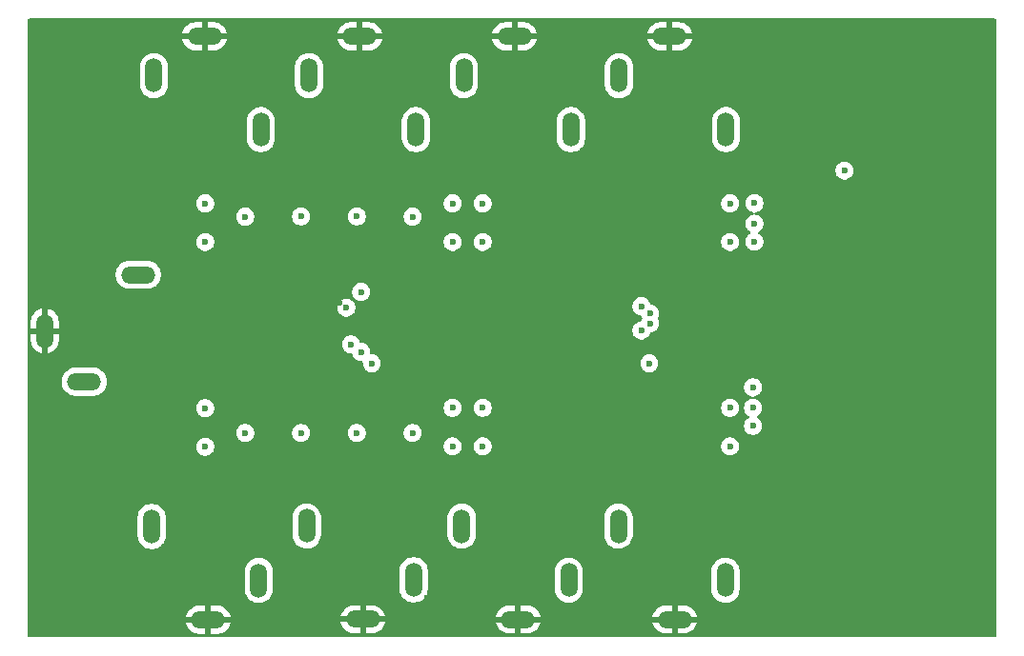
<source format=gbr>
%TF.GenerationSoftware,KiCad,Pcbnew,9.0.7*%
%TF.CreationDate,2026-01-03T19:20:15+01:00*%
%TF.ProjectId,PCB,5043422e-6b69-4636-9164-5f7063625858,rev?*%
%TF.SameCoordinates,Original*%
%TF.FileFunction,Copper,L2,Inr*%
%TF.FilePolarity,Positive*%
%FSLAX46Y46*%
G04 Gerber Fmt 4.6, Leading zero omitted, Abs format (unit mm)*
G04 Created by KiCad (PCBNEW 9.0.7) date 2026-01-03 19:20:15*
%MOMM*%
%LPD*%
G01*
G04 APERTURE LIST*
%TA.AperFunction,ComponentPad*%
%ADD10O,3.016000X1.508000*%
%TD*%
%TA.AperFunction,ComponentPad*%
%ADD11O,1.508000X3.016000*%
%TD*%
%TA.AperFunction,ViaPad*%
%ADD12C,0.600000*%
%TD*%
G04 APERTURE END LIST*
D10*
%TO.N,GND*%
%TO.C,J6*%
X123034500Y-106090000D03*
D11*
%TO.N,/IN_{L}6*%
X127534500Y-102590000D03*
%TO.N,/IN_{R}6*%
X118034500Y-97790000D03*
%TD*%
D10*
%TO.N,GND*%
%TO.C,J5*%
X136953000Y-106090000D03*
D11*
%TO.N,/IN_{L}5*%
X141453000Y-102590000D03*
%TO.N,/IN_{R}5*%
X131953000Y-97790000D03*
%TD*%
%TO.N,GND*%
%TO.C,J9*%
X81005000Y-80440500D03*
D10*
%TO.N,OUT_{L}*%
X84505000Y-84940500D03*
%TO.N,OUT_{R}*%
X89305000Y-75440500D03*
%TD*%
%TO.N,GND*%
%TO.C,J1*%
X136495500Y-54229000D03*
D11*
%TO.N,/IN_{L}1*%
X131995500Y-57729000D03*
%TO.N,/IN_{R}1*%
X141495500Y-62529000D03*
%TD*%
D10*
%TO.N,GND*%
%TO.C,J3*%
X108965500Y-54229000D03*
D11*
%TO.N,/IN_{L}3*%
X104465500Y-57729000D03*
%TO.N,/IN_{R}3*%
X113965500Y-62529000D03*
%TD*%
D10*
%TO.N,GND*%
%TO.C,J8*%
X95504000Y-106116000D03*
D11*
%TO.N,/IN_{L}8*%
X100004000Y-102616000D03*
%TO.N,/IN_{R}8*%
X90504000Y-97816000D03*
%TD*%
D10*
%TO.N,GND*%
%TO.C,J2*%
X122730500Y-54229000D03*
D11*
%TO.N,/IN_{L}2*%
X118230500Y-57729000D03*
%TO.N,/IN_{R}2*%
X127730500Y-62529000D03*
%TD*%
D10*
%TO.N,GND*%
%TO.C,J4*%
X95200500Y-54229000D03*
D11*
%TO.N,/IN_{L}4*%
X90700500Y-57729000D03*
%TO.N,/IN_{R}4*%
X100200500Y-62529000D03*
%TD*%
D10*
%TO.N,GND*%
%TO.C,J7*%
X109269500Y-106066000D03*
D11*
%TO.N,/IN_{L}7*%
X113769500Y-102566000D03*
%TO.N,/IN_{R}7*%
X104269500Y-97766000D03*
%TD*%
D12*
%TO.N,GND*%
X109994000Y-99150000D03*
X109494000Y-98650000D03*
X113494000Y-98650000D03*
X112994000Y-98150000D03*
X112494000Y-97650000D03*
X111994000Y-97150000D03*
X111494000Y-96650000D03*
X110994000Y-96150000D03*
X111494000Y-98150000D03*
X110994000Y-97650000D03*
X110494000Y-97150000D03*
X109994000Y-96650000D03*
X109494000Y-96150000D03*
X109994000Y-94650000D03*
X108494000Y-94650000D03*
X108994000Y-94150000D03*
X107494000Y-94150000D03*
X115994000Y-92650000D03*
X114994000Y-92650000D03*
X113994000Y-92650000D03*
X112994000Y-92650000D03*
X111994000Y-92650000D03*
X110994000Y-92650000D03*
X109994000Y-92650000D03*
X109494000Y-91650000D03*
X107994000Y-91650000D03*
X107994000Y-92650000D03*
X106994000Y-92650000D03*
X102994000Y-91650000D03*
X104994000Y-91650000D03*
X105494000Y-92150000D03*
X105994000Y-92650000D03*
X102994000Y-92650000D03*
X101994000Y-92650000D03*
X100994000Y-92650000D03*
X97994000Y-92650000D03*
X96994000Y-92650000D03*
X95994000Y-92650000D03*
X93994000Y-92650000D03*
X93494000Y-93150000D03*
X92994000Y-93650000D03*
X92494000Y-94150000D03*
X91994000Y-94650000D03*
X91494000Y-95150000D03*
X90994000Y-95650000D03*
X100994000Y-100150000D03*
X100994000Y-99150000D03*
X100994000Y-97150000D03*
X100994000Y-96150000D03*
X100994000Y-95150000D03*
X98994000Y-99150000D03*
X98994000Y-98150000D03*
X98994000Y-97150000D03*
X98994000Y-95150000D03*
X108494000Y-97650000D03*
X107994000Y-97150000D03*
X107494000Y-96650000D03*
X106994000Y-96150000D03*
X105994000Y-95150000D03*
X105494000Y-94650000D03*
X104994000Y-94150000D03*
X103994000Y-94150000D03*
X102994000Y-94150000D03*
X101994000Y-94150000D03*
X97994000Y-94150000D03*
X95494000Y-94150000D03*
X94494000Y-94650000D03*
X93994000Y-95150000D03*
X93494000Y-95650000D03*
X92994000Y-96150000D03*
X92494000Y-96650000D03*
X91994000Y-97150000D03*
X127994000Y-98150000D03*
X129994000Y-96150000D03*
X131994000Y-94150000D03*
X134994000Y-92150000D03*
X136994000Y-82150000D03*
X138994000Y-84150000D03*
X140994000Y-82150000D03*
X142994000Y-84150000D03*
X144994000Y-82150000D03*
X146994000Y-84150000D03*
X148994000Y-86150000D03*
X146994000Y-88150000D03*
X116994000Y-64150000D03*
X120994000Y-64150000D03*
X124994000Y-64150000D03*
X122994000Y-66150000D03*
X108994000Y-62150000D03*
X106994000Y-64150000D03*
X110994000Y-64150000D03*
X114994000Y-60150000D03*
X112994000Y-58150000D03*
X116994000Y-54150000D03*
X114994000Y-56150000D03*
X112994000Y-54150000D03*
X110994000Y-56150000D03*
X106994000Y-60150000D03*
X110994000Y-60150000D03*
X108994000Y-58150000D03*
X106994000Y-56150000D03*
X104994000Y-54150000D03*
X102994000Y-60150000D03*
X100994000Y-54150000D03*
X102994000Y-56150000D03*
X98994000Y-60150000D03*
X100994000Y-58150000D03*
X98994000Y-56150000D03*
X92994000Y-54150000D03*
X96994000Y-58150000D03*
X94994000Y-56150000D03*
X92994000Y-58150000D03*
X94994000Y-60150000D03*
X96994000Y-62150000D03*
X96994000Y-66150000D03*
X92994000Y-78150000D03*
X96994000Y-78150000D03*
X92994000Y-74150000D03*
X90994000Y-72150000D03*
X92994000Y-70150000D03*
X90994000Y-68150000D03*
X92994000Y-66150000D03*
X94994000Y-64150000D03*
X92994000Y-62150000D03*
X90994000Y-60150000D03*
X90994000Y-64150000D03*
X88994000Y-54150000D03*
X84994000Y-54150000D03*
X80994000Y-54150000D03*
X86994000Y-56150000D03*
X82994000Y-56150000D03*
X88994000Y-58150000D03*
X84994000Y-58150000D03*
X80994000Y-58150000D03*
X86994000Y-60150000D03*
X82994000Y-60150000D03*
X88994000Y-62150000D03*
X84994000Y-62150000D03*
X80994000Y-62150000D03*
X86994000Y-64150000D03*
X88994000Y-66150000D03*
X84994000Y-66150000D03*
X82994000Y-64150000D03*
X80994000Y-66150000D03*
X86994000Y-68150000D03*
X82994000Y-68150000D03*
X88994000Y-70150000D03*
X86994000Y-72150000D03*
X84994000Y-70150000D03*
X80994000Y-70150000D03*
X82994000Y-72150000D03*
X80994000Y-74150000D03*
X84994000Y-74150000D03*
X80994000Y-78150000D03*
X82994000Y-76150000D03*
X86994000Y-76150000D03*
X90994000Y-80150000D03*
X88994000Y-78150000D03*
X84994000Y-78150000D03*
X82994000Y-80150000D03*
X84994000Y-82150000D03*
X86994000Y-80150000D03*
X86994000Y-84150000D03*
X130994000Y-72150000D03*
X130994000Y-66150000D03*
X118994000Y-60150000D03*
X120994000Y-58150000D03*
X126994000Y-56150000D03*
X122994000Y-56150000D03*
X124994000Y-54150000D03*
X128994000Y-54150000D03*
X132994000Y-54150000D03*
X126994000Y-60150000D03*
X130994000Y-60150000D03*
X132994000Y-62150000D03*
X134994000Y-68150000D03*
X136994000Y-66150000D03*
X138994000Y-64150000D03*
X134994000Y-64150000D03*
X136994000Y-62150000D03*
X134994000Y-60150000D03*
X134994000Y-56150000D03*
X138994000Y-60150000D03*
X136994000Y-58150000D03*
X138994000Y-56150000D03*
X140994000Y-54150000D03*
X140994000Y-58150000D03*
X164994000Y-54150000D03*
X160994000Y-54150000D03*
X156994000Y-54150000D03*
X152994000Y-54150000D03*
X148994000Y-54150000D03*
X144994000Y-54150000D03*
X142994000Y-56150000D03*
X146994000Y-56150000D03*
X150994000Y-56150000D03*
X154994000Y-56150000D03*
X158994000Y-56150000D03*
X162994000Y-56150000D03*
X164994000Y-58150000D03*
X160994000Y-58150000D03*
X156994000Y-58150000D03*
X152994000Y-58150000D03*
X148994000Y-58150000D03*
X144994000Y-58150000D03*
X142994000Y-60150000D03*
X140994000Y-66150000D03*
X142994000Y-64150000D03*
X144994000Y-66150000D03*
X144994000Y-62150000D03*
X146994000Y-60150000D03*
X150994000Y-60150000D03*
X154994000Y-60150000D03*
X158994000Y-60150000D03*
X162994000Y-60150000D03*
X164994000Y-62150000D03*
X162994000Y-64150000D03*
X160994000Y-62150000D03*
X158994000Y-64150000D03*
X156994000Y-62150000D03*
X154994000Y-64150000D03*
X152994000Y-62150000D03*
X148994000Y-62150000D03*
X148994000Y-66150000D03*
X150994000Y-64150000D03*
X146994000Y-64150000D03*
X150994000Y-68150000D03*
X146994000Y-68150000D03*
X146994000Y-72150000D03*
X138994000Y-76150000D03*
X142994000Y-76150000D03*
X144994000Y-74150000D03*
X146994000Y-76150000D03*
X148994000Y-74150000D03*
X164994000Y-74150000D03*
X162994000Y-76150000D03*
X160994000Y-74150000D03*
X158994000Y-76150000D03*
X156994000Y-74150000D03*
X154994000Y-76150000D03*
X152994000Y-74150000D03*
X150994000Y-76150000D03*
X152994000Y-78150000D03*
X148994000Y-78150000D03*
X150994000Y-80150000D03*
X154994000Y-80150000D03*
X160994000Y-78150000D03*
X164994000Y-78150000D03*
X162994000Y-80150000D03*
X164994000Y-82150000D03*
X160994000Y-82150000D03*
X156994000Y-82150000D03*
X152994000Y-82150000D03*
X154994000Y-84150000D03*
X158994000Y-84150000D03*
X162994000Y-84150000D03*
X164994000Y-86150000D03*
X160994000Y-86150000D03*
X156994000Y-86150000D03*
X164994000Y-90150000D03*
X160994000Y-90150000D03*
X148994000Y-90150000D03*
X156994000Y-90150000D03*
X152994000Y-90150000D03*
X128994000Y-92150000D03*
X125994000Y-94150000D03*
X122994000Y-96150000D03*
X122994000Y-100150000D03*
X118994000Y-100150000D03*
X123994000Y-101150000D03*
X124994000Y-101150000D03*
X125994000Y-101150000D03*
X124994000Y-99150000D03*
X126994000Y-99150000D03*
X125994000Y-99150000D03*
X127994000Y-99150000D03*
X128994000Y-99150000D03*
X129994000Y-99150000D03*
X128994000Y-101150000D03*
X129994000Y-101150000D03*
X130994000Y-101150000D03*
X131994000Y-101150000D03*
X132994000Y-101150000D03*
X133994000Y-101150000D03*
X133994000Y-99150000D03*
X134994000Y-99150000D03*
X135994000Y-99150000D03*
X136994000Y-99150000D03*
X137994000Y-99150000D03*
X138994000Y-99150000D03*
X139994000Y-99150000D03*
X140994000Y-100150000D03*
X137994000Y-101150000D03*
X136994000Y-101150000D03*
X135994000Y-101150000D03*
X134994000Y-101150000D03*
X133994000Y-98150000D03*
X134994000Y-96150000D03*
X138994000Y-92150000D03*
X136994000Y-94150000D03*
X136994000Y-98150000D03*
X140994000Y-98150000D03*
X138994000Y-96150000D03*
X140994000Y-94150000D03*
X142994000Y-92150000D03*
X144994000Y-94150000D03*
X142994000Y-96150000D03*
X144994000Y-98150000D03*
X142994000Y-100150000D03*
X144994000Y-102150000D03*
X162994000Y-92150000D03*
X160994000Y-94150000D03*
X152994000Y-94150000D03*
X148994000Y-94150000D03*
X156994000Y-94150000D03*
X154994000Y-92150000D03*
X150994000Y-92150000D03*
X146994000Y-92150000D03*
X164994000Y-94150000D03*
X158994000Y-92150000D03*
X162994000Y-96150000D03*
X160994000Y-98150000D03*
X152994000Y-98150000D03*
X148994000Y-98150000D03*
X156994000Y-98150000D03*
X154994000Y-96150000D03*
X150994000Y-96150000D03*
X146994000Y-96150000D03*
X164994000Y-98150000D03*
X158994000Y-96150000D03*
X162994000Y-100150000D03*
X160994000Y-102150000D03*
X152994000Y-102150000D03*
X148994000Y-102150000D03*
X156994000Y-102150000D03*
X154994000Y-100150000D03*
X150994000Y-100150000D03*
X146994000Y-100150000D03*
X164994000Y-102150000D03*
X158994000Y-100150000D03*
X164994000Y-106150000D03*
X162994000Y-104150000D03*
X160994000Y-106150000D03*
X158994000Y-104150000D03*
X156994000Y-106150000D03*
X154994000Y-104150000D03*
X152994000Y-106150000D03*
X150994000Y-104150000D03*
X148994000Y-106150000D03*
X146994000Y-104150000D03*
X144994000Y-106150000D03*
X142994000Y-104150000D03*
X140994000Y-106150000D03*
X138994000Y-104150000D03*
X136994000Y-102150000D03*
X134994000Y-104150000D03*
X128994000Y-102150000D03*
X132994000Y-102150000D03*
X132994000Y-106150000D03*
X130994000Y-104150000D03*
X128994000Y-106150000D03*
X124994000Y-106150000D03*
X122994000Y-104150000D03*
X120994000Y-106150000D03*
X116994000Y-102150000D03*
X118994000Y-104150000D03*
X116994000Y-106150000D03*
X114994000Y-104150000D03*
X112994000Y-106150000D03*
X106994000Y-96150000D03*
X110994000Y-104150000D03*
X108994000Y-98150000D03*
X110994000Y-100150000D03*
X108994000Y-102150000D03*
X106994000Y-100150000D03*
X106994000Y-104150000D03*
X100994000Y-106150000D03*
X104994000Y-106150000D03*
X102994000Y-104150000D03*
X104994000Y-102150000D03*
X102994000Y-100150000D03*
X100994000Y-98150000D03*
X102994000Y-96150000D03*
X100994000Y-94150000D03*
X98994000Y-92650000D03*
X96994000Y-90150000D03*
X94994000Y-92650000D03*
X100994000Y-86150000D03*
X98994000Y-84150000D03*
X96994000Y-86150000D03*
X96994000Y-82150000D03*
X92994000Y-82150000D03*
X88994000Y-82150000D03*
X90994000Y-84150000D03*
X80994000Y-86150000D03*
X88994000Y-86150000D03*
X92994000Y-86150000D03*
X90994000Y-88150000D03*
X86994000Y-88150000D03*
X82994000Y-88150000D03*
X98994000Y-94150000D03*
X96994000Y-94150000D03*
X98994000Y-96150000D03*
X94994000Y-96150000D03*
X98994000Y-100150000D03*
X96994000Y-98150000D03*
X92994000Y-98150000D03*
X96994000Y-102150000D03*
X94994000Y-100150000D03*
X90994000Y-100150000D03*
X94994000Y-104150000D03*
X92994000Y-102150000D03*
X92994000Y-106150000D03*
X90994000Y-104150000D03*
X92994000Y-90150000D03*
X88994000Y-90150000D03*
X84994000Y-90150000D03*
X90994000Y-92150000D03*
X86994000Y-92150000D03*
X80994000Y-90150000D03*
X82994000Y-92150000D03*
X88994000Y-106150000D03*
X88994000Y-102150000D03*
X88994000Y-94150000D03*
X86994000Y-96150000D03*
X84994000Y-94150000D03*
X80994000Y-94150000D03*
X82994000Y-96150000D03*
X84994000Y-98150000D03*
X80994000Y-98150000D03*
X86994000Y-100150000D03*
X86994000Y-104150000D03*
X82994000Y-100150000D03*
X84994000Y-102150000D03*
X80994000Y-102150000D03*
X82994000Y-104150000D03*
X84994000Y-106150000D03*
X80994000Y-106150000D03*
%TO.N,+5V*%
X144018000Y-69064500D03*
X152019000Y-66167000D03*
X110048000Y-83312000D03*
X143891000Y-85447500D03*
X134686000Y-83312000D03*
%TO.N,GND*%
X131785000Y-77978000D03*
X157607000Y-77109000D03*
X107147001Y-81820107D03*
X158857000Y-78359000D03*
X164577000Y-88614000D03*
X157607000Y-78359000D03*
X143891000Y-90701500D03*
X155194000Y-66675000D03*
X164577000Y-71114000D03*
X158857000Y-77109000D03*
X157607000Y-79609000D03*
X158857000Y-79609000D03*
X107146999Y-77945893D03*
X131785000Y-81788000D03*
X158369000Y-68641000D03*
X160107000Y-78359000D03*
X136586000Y-83312000D03*
X160107000Y-79609000D03*
X144018000Y-74318500D03*
X111948000Y-83312000D03*
X160107000Y-77109000D03*
X152019000Y-68067000D03*
%TO.N,A0*%
X109093000Y-76962000D03*
X133985000Y-78232000D03*
%TO.N,EN*%
X134747000Y-78867000D03*
X107797000Y-78359000D03*
%TO.N,A2*%
X134747000Y-79756000D03*
X108202420Y-81623916D03*
%TO.N,A1*%
X109093000Y-82296000D03*
X133985000Y-80391000D03*
%TO.N,/IN_{L}1*%
X113665000Y-70270000D03*
%TO.N,/IN_{L}2*%
X108712000Y-70258000D03*
%TO.N,/IN_{L}3*%
X103759000Y-70258000D03*
%TO.N,/IN_{L}4*%
X98806000Y-70270000D03*
%TO.N,/IN_{L}5*%
X113665000Y-89496000D03*
%TO.N,/IN_{L}6*%
X108712000Y-89496000D03*
%TO.N,/IN_{L}7*%
X103759000Y-89496000D03*
%TO.N,/IN_{L}8*%
X98806000Y-89501000D03*
%TO.N,+2V5*%
X143891000Y-87272500D03*
X119888000Y-87272500D03*
X95250000Y-69088000D03*
X117221000Y-90701500D03*
X95250000Y-87296000D03*
X119888000Y-72517000D03*
X144018000Y-70889500D03*
X117221000Y-87272500D03*
X141859000Y-90701500D03*
X95250000Y-90725000D03*
X119888000Y-90701500D03*
X119888000Y-69088000D03*
X141859000Y-87272500D03*
X141859000Y-72517000D03*
X95250000Y-72517000D03*
X144018000Y-72493500D03*
X141859000Y-69088000D03*
X117221000Y-72517000D03*
X117221000Y-69088000D03*
X143891000Y-88876500D03*
%TD*%
%TA.AperFunction,Conductor*%
%TO.N,GND*%
G36*
X165431539Y-52670185D02*
G01*
X165477294Y-52722989D01*
X165488500Y-52774500D01*
X165488500Y-107525500D01*
X165468815Y-107592539D01*
X165416011Y-107638294D01*
X165364500Y-107649500D01*
X79618500Y-107649500D01*
X79551461Y-107629815D01*
X79505706Y-107577011D01*
X79494500Y-107525500D01*
X79494500Y-105866000D01*
X93519964Y-105866000D01*
X94570988Y-105866000D01*
X94538075Y-105923007D01*
X94504000Y-106050174D01*
X94504000Y-106181826D01*
X94538075Y-106308993D01*
X94570988Y-106366000D01*
X93519964Y-106366000D01*
X93526876Y-106409642D01*
X93526876Y-106409643D01*
X93587873Y-106597371D01*
X93677485Y-106773242D01*
X93793496Y-106932919D01*
X93793500Y-106932924D01*
X93933075Y-107072499D01*
X93933080Y-107072503D01*
X94092757Y-107188514D01*
X94268626Y-107278126D01*
X94456353Y-107339123D01*
X94651303Y-107370000D01*
X95254000Y-107370000D01*
X95254000Y-106616000D01*
X95754000Y-106616000D01*
X95754000Y-107370000D01*
X96356697Y-107370000D01*
X96551646Y-107339123D01*
X96739373Y-107278126D01*
X96915242Y-107188514D01*
X97074919Y-107072503D01*
X97074924Y-107072499D01*
X97214499Y-106932924D01*
X97214503Y-106932919D01*
X97330514Y-106773242D01*
X97420126Y-106597371D01*
X97481123Y-106409643D01*
X97481123Y-106409642D01*
X97488036Y-106366000D01*
X96437012Y-106366000D01*
X96469925Y-106308993D01*
X96504000Y-106181826D01*
X96504000Y-106050174D01*
X96469925Y-105923007D01*
X96437012Y-105866000D01*
X97488036Y-105866000D01*
X97481123Y-105822356D01*
X97479058Y-105816000D01*
X107285464Y-105816000D01*
X108336488Y-105816000D01*
X108303575Y-105873007D01*
X108269500Y-106000174D01*
X108269500Y-106131826D01*
X108303575Y-106258993D01*
X108336488Y-106316000D01*
X107285464Y-106316000D01*
X107292376Y-106359642D01*
X107292376Y-106359643D01*
X107353373Y-106547371D01*
X107442985Y-106723242D01*
X107558996Y-106882919D01*
X107559000Y-106882924D01*
X107698575Y-107022499D01*
X107698580Y-107022503D01*
X107858257Y-107138514D01*
X108034126Y-107228126D01*
X108221853Y-107289123D01*
X108416803Y-107320000D01*
X109019500Y-107320000D01*
X109019500Y-106566000D01*
X109519500Y-106566000D01*
X109519500Y-107320000D01*
X110122197Y-107320000D01*
X110317146Y-107289123D01*
X110504873Y-107228126D01*
X110680742Y-107138514D01*
X110840419Y-107022503D01*
X110840424Y-107022499D01*
X110979999Y-106882924D01*
X110980003Y-106882919D01*
X111096014Y-106723242D01*
X111185626Y-106547371D01*
X111246623Y-106359643D01*
X111253536Y-106316000D01*
X110202512Y-106316000D01*
X110235425Y-106258993D01*
X110269500Y-106131826D01*
X110269500Y-106000174D01*
X110235425Y-105873007D01*
X110216368Y-105840000D01*
X121050464Y-105840000D01*
X122101488Y-105840000D01*
X122068575Y-105897007D01*
X122034500Y-106024174D01*
X122034500Y-106155826D01*
X122068575Y-106282993D01*
X122101488Y-106340000D01*
X121050464Y-106340000D01*
X121057376Y-106383642D01*
X121057376Y-106383643D01*
X121118373Y-106571371D01*
X121207985Y-106747242D01*
X121323996Y-106906919D01*
X121324000Y-106906924D01*
X121463575Y-107046499D01*
X121463580Y-107046503D01*
X121623257Y-107162514D01*
X121799126Y-107252126D01*
X121986853Y-107313123D01*
X122181803Y-107344000D01*
X122784500Y-107344000D01*
X122784500Y-106590000D01*
X123284500Y-106590000D01*
X123284500Y-107344000D01*
X123887197Y-107344000D01*
X124082146Y-107313123D01*
X124269873Y-107252126D01*
X124445742Y-107162514D01*
X124605419Y-107046503D01*
X124605424Y-107046499D01*
X124744999Y-106906924D01*
X124745003Y-106906919D01*
X124861014Y-106747242D01*
X124950626Y-106571371D01*
X125011623Y-106383643D01*
X125011623Y-106383642D01*
X125018536Y-106340000D01*
X123967512Y-106340000D01*
X124000425Y-106282993D01*
X124034500Y-106155826D01*
X124034500Y-106024174D01*
X124000425Y-105897007D01*
X123967512Y-105840000D01*
X125018536Y-105840000D01*
X134968964Y-105840000D01*
X136019988Y-105840000D01*
X135987075Y-105897007D01*
X135953000Y-106024174D01*
X135953000Y-106155826D01*
X135987075Y-106282993D01*
X136019988Y-106340000D01*
X134968964Y-106340000D01*
X134975876Y-106383642D01*
X134975876Y-106383643D01*
X135036873Y-106571371D01*
X135126485Y-106747242D01*
X135242496Y-106906919D01*
X135242500Y-106906924D01*
X135382075Y-107046499D01*
X135382080Y-107046503D01*
X135541757Y-107162514D01*
X135717626Y-107252126D01*
X135905353Y-107313123D01*
X136100303Y-107344000D01*
X136703000Y-107344000D01*
X136703000Y-106590000D01*
X137203000Y-106590000D01*
X137203000Y-107344000D01*
X137805697Y-107344000D01*
X138000646Y-107313123D01*
X138188373Y-107252126D01*
X138364242Y-107162514D01*
X138523919Y-107046503D01*
X138523924Y-107046499D01*
X138663499Y-106906924D01*
X138663503Y-106906919D01*
X138779514Y-106747242D01*
X138869126Y-106571371D01*
X138930123Y-106383643D01*
X138930123Y-106383642D01*
X138937036Y-106340000D01*
X137886012Y-106340000D01*
X137918925Y-106282993D01*
X137953000Y-106155826D01*
X137953000Y-106024174D01*
X137918925Y-105897007D01*
X137886012Y-105840000D01*
X138937036Y-105840000D01*
X138930123Y-105796357D01*
X138930123Y-105796356D01*
X138869126Y-105608628D01*
X138779514Y-105432757D01*
X138663503Y-105273080D01*
X138663499Y-105273075D01*
X138523924Y-105133500D01*
X138523919Y-105133496D01*
X138364242Y-105017485D01*
X138188373Y-104927873D01*
X138000646Y-104866876D01*
X137805697Y-104836000D01*
X137203000Y-104836000D01*
X137203000Y-105590000D01*
X136703000Y-105590000D01*
X136703000Y-104836000D01*
X136100303Y-104836000D01*
X135905353Y-104866876D01*
X135717626Y-104927873D01*
X135541757Y-105017485D01*
X135382080Y-105133496D01*
X135382075Y-105133500D01*
X135242500Y-105273075D01*
X135242496Y-105273080D01*
X135126485Y-105432757D01*
X135036873Y-105608628D01*
X134975876Y-105796356D01*
X134975876Y-105796357D01*
X134968964Y-105840000D01*
X125018536Y-105840000D01*
X125011623Y-105796357D01*
X125011623Y-105796356D01*
X124950626Y-105608628D01*
X124861014Y-105432757D01*
X124745003Y-105273080D01*
X124744999Y-105273075D01*
X124605424Y-105133500D01*
X124605419Y-105133496D01*
X124445742Y-105017485D01*
X124269873Y-104927873D01*
X124082146Y-104866876D01*
X123887197Y-104836000D01*
X123284500Y-104836000D01*
X123284500Y-105590000D01*
X122784500Y-105590000D01*
X122784500Y-104836000D01*
X122181803Y-104836000D01*
X121986853Y-104866876D01*
X121799126Y-104927873D01*
X121623257Y-105017485D01*
X121463580Y-105133496D01*
X121463575Y-105133500D01*
X121324000Y-105273075D01*
X121323996Y-105273080D01*
X121207985Y-105432757D01*
X121118373Y-105608628D01*
X121057376Y-105796356D01*
X121057376Y-105796357D01*
X121050464Y-105840000D01*
X110216368Y-105840000D01*
X110202512Y-105816000D01*
X111253536Y-105816000D01*
X111253536Y-105815999D01*
X111246623Y-105772357D01*
X111246623Y-105772356D01*
X111185626Y-105584628D01*
X111096014Y-105408757D01*
X110980003Y-105249080D01*
X110979999Y-105249075D01*
X110840424Y-105109500D01*
X110840419Y-105109496D01*
X110680742Y-104993485D01*
X110504873Y-104903873D01*
X110317146Y-104842876D01*
X110122197Y-104812000D01*
X109519500Y-104812000D01*
X109519500Y-105566000D01*
X109019500Y-105566000D01*
X109019500Y-104812000D01*
X108416803Y-104812000D01*
X108221853Y-104842876D01*
X108034126Y-104903873D01*
X107858257Y-104993485D01*
X107698580Y-105109496D01*
X107698575Y-105109500D01*
X107559000Y-105249075D01*
X107558996Y-105249080D01*
X107442985Y-105408757D01*
X107353373Y-105584628D01*
X107292376Y-105772356D01*
X107292376Y-105772357D01*
X107285464Y-105816000D01*
X97479058Y-105816000D01*
X97420126Y-105634628D01*
X97330514Y-105458757D01*
X97214503Y-105299080D01*
X97214499Y-105299075D01*
X97074924Y-105159500D01*
X97074919Y-105159496D01*
X96915242Y-105043485D01*
X96739373Y-104953873D01*
X96551646Y-104892876D01*
X96356697Y-104862000D01*
X95754000Y-104862000D01*
X95754000Y-105616000D01*
X95254000Y-105616000D01*
X95254000Y-104862000D01*
X94651303Y-104862000D01*
X94456353Y-104892876D01*
X94268626Y-104953873D01*
X94092757Y-105043485D01*
X93933080Y-105159496D01*
X93933075Y-105159500D01*
X93793500Y-105299075D01*
X93793496Y-105299080D01*
X93677485Y-105458757D01*
X93587873Y-105634628D01*
X93526876Y-105822356D01*
X93526876Y-105822357D01*
X93519964Y-105866000D01*
X79494500Y-105866000D01*
X79494500Y-101763263D01*
X98749500Y-101763263D01*
X98749500Y-103468736D01*
X98780389Y-103663763D01*
X98825162Y-103801558D01*
X98841409Y-103851561D01*
X98917810Y-104001504D01*
X98931058Y-104027504D01*
X99047115Y-104187246D01*
X99186753Y-104326884D01*
X99336234Y-104435486D01*
X99346499Y-104442944D01*
X99522439Y-104532591D01*
X99630217Y-104567610D01*
X99710236Y-104593610D01*
X99905264Y-104624500D01*
X99905269Y-104624500D01*
X100102736Y-104624500D01*
X100297763Y-104593610D01*
X100485561Y-104532591D01*
X100661501Y-104442944D01*
X100751192Y-104377779D01*
X100821246Y-104326884D01*
X100821248Y-104326881D01*
X100821252Y-104326879D01*
X100960879Y-104187252D01*
X100960881Y-104187248D01*
X100960884Y-104187246D01*
X101011779Y-104117192D01*
X101076944Y-104027501D01*
X101166591Y-103851561D01*
X101227610Y-103663763D01*
X101235529Y-103613763D01*
X101258500Y-103468736D01*
X101258500Y-101763264D01*
X101252882Y-101727796D01*
X101252882Y-101727795D01*
X101250580Y-101713263D01*
X112515000Y-101713263D01*
X112515000Y-103418736D01*
X112545889Y-103613763D01*
X112606908Y-103801558D01*
X112606909Y-103801561D01*
X112632386Y-103851561D01*
X112696558Y-103977504D01*
X112812615Y-104137246D01*
X112952253Y-104276884D01*
X113101734Y-104385486D01*
X113111999Y-104392944D01*
X113287939Y-104482591D01*
X113413137Y-104523270D01*
X113475736Y-104543610D01*
X113670764Y-104574500D01*
X113670769Y-104574500D01*
X113868236Y-104574500D01*
X114063263Y-104543610D01*
X114097176Y-104532591D01*
X114251061Y-104482591D01*
X114427001Y-104392944D01*
X114516692Y-104327779D01*
X114586746Y-104276884D01*
X114586748Y-104276881D01*
X114586752Y-104276879D01*
X114726379Y-104137252D01*
X114726381Y-104137248D01*
X114726384Y-104137246D01*
X114806117Y-104027501D01*
X114842444Y-103977501D01*
X114932091Y-103801561D01*
X114993110Y-103613763D01*
X115024000Y-103418736D01*
X115024000Y-101737263D01*
X126280000Y-101737263D01*
X126280000Y-103442736D01*
X126310889Y-103637763D01*
X126364110Y-103801558D01*
X126371909Y-103825561D01*
X126449329Y-103977504D01*
X126461558Y-104001504D01*
X126577615Y-104161246D01*
X126717253Y-104300884D01*
X126866734Y-104409486D01*
X126876999Y-104416944D01*
X127052939Y-104506591D01*
X127166872Y-104543610D01*
X127240736Y-104567610D01*
X127435764Y-104598500D01*
X127435769Y-104598500D01*
X127633236Y-104598500D01*
X127828263Y-104567610D01*
X128016061Y-104506591D01*
X128192001Y-104416944D01*
X128315966Y-104326879D01*
X128351746Y-104300884D01*
X128351748Y-104300881D01*
X128351752Y-104300879D01*
X128491379Y-104161252D01*
X128491381Y-104161248D01*
X128491384Y-104161246D01*
X128542279Y-104091192D01*
X128607444Y-104001501D01*
X128697091Y-103825561D01*
X128758110Y-103637763D01*
X128761911Y-103613763D01*
X128789000Y-103442736D01*
X128789000Y-101737263D01*
X140198500Y-101737263D01*
X140198500Y-103442736D01*
X140229389Y-103637763D01*
X140282610Y-103801558D01*
X140290409Y-103825561D01*
X140367829Y-103977504D01*
X140380058Y-104001504D01*
X140496115Y-104161246D01*
X140635753Y-104300884D01*
X140785234Y-104409486D01*
X140795499Y-104416944D01*
X140971439Y-104506591D01*
X141085372Y-104543610D01*
X141159236Y-104567610D01*
X141354264Y-104598500D01*
X141354269Y-104598500D01*
X141551736Y-104598500D01*
X141746763Y-104567610D01*
X141934561Y-104506591D01*
X142110501Y-104416944D01*
X142234466Y-104326879D01*
X142270246Y-104300884D01*
X142270248Y-104300881D01*
X142270252Y-104300879D01*
X142409879Y-104161252D01*
X142409881Y-104161248D01*
X142409884Y-104161246D01*
X142460779Y-104091192D01*
X142525944Y-104001501D01*
X142615591Y-103825561D01*
X142676610Y-103637763D01*
X142680411Y-103613763D01*
X142707500Y-103442736D01*
X142707500Y-101737263D01*
X142676610Y-101542236D01*
X142656270Y-101479637D01*
X142615591Y-101354439D01*
X142525944Y-101178499D01*
X142508504Y-101154495D01*
X142409884Y-101018753D01*
X142270246Y-100879115D01*
X142110504Y-100763058D01*
X142110503Y-100763057D01*
X142110501Y-100763056D01*
X141934561Y-100673409D01*
X141934558Y-100673408D01*
X141746763Y-100612389D01*
X141551736Y-100581500D01*
X141551731Y-100581500D01*
X141354269Y-100581500D01*
X141354264Y-100581500D01*
X141159236Y-100612389D01*
X140971441Y-100673408D01*
X140795495Y-100763058D01*
X140635753Y-100879115D01*
X140496115Y-101018753D01*
X140380058Y-101178495D01*
X140290408Y-101354441D01*
X140229389Y-101542236D01*
X140198500Y-101737263D01*
X128789000Y-101737263D01*
X128758110Y-101542236D01*
X128737770Y-101479637D01*
X128697091Y-101354439D01*
X128607444Y-101178499D01*
X128590004Y-101154495D01*
X128491384Y-101018753D01*
X128351746Y-100879115D01*
X128192004Y-100763058D01*
X128192003Y-100763057D01*
X128192001Y-100763056D01*
X128016061Y-100673409D01*
X128016058Y-100673408D01*
X127828263Y-100612389D01*
X127633236Y-100581500D01*
X127633231Y-100581500D01*
X127435769Y-100581500D01*
X127435764Y-100581500D01*
X127240736Y-100612389D01*
X127052941Y-100673408D01*
X126876995Y-100763058D01*
X126717253Y-100879115D01*
X126577615Y-101018753D01*
X126461558Y-101178495D01*
X126371908Y-101354441D01*
X126310889Y-101542236D01*
X126280000Y-101737263D01*
X115024000Y-101737263D01*
X115024000Y-101713263D01*
X114993110Y-101518236D01*
X114972770Y-101455637D01*
X114932091Y-101330439D01*
X114842444Y-101154499D01*
X114834986Y-101144234D01*
X114726384Y-100994753D01*
X114586746Y-100855115D01*
X114427004Y-100739058D01*
X114427003Y-100739057D01*
X114427001Y-100739056D01*
X114251061Y-100649409D01*
X114217145Y-100638389D01*
X114063263Y-100588389D01*
X113868236Y-100557500D01*
X113868231Y-100557500D01*
X113670769Y-100557500D01*
X113670764Y-100557500D01*
X113475736Y-100588389D01*
X113287941Y-100649408D01*
X113111995Y-100739058D01*
X112952253Y-100855115D01*
X112812615Y-100994753D01*
X112696558Y-101154495D01*
X112606908Y-101330441D01*
X112545889Y-101518236D01*
X112515000Y-101713263D01*
X101250580Y-101713263D01*
X101227610Y-101568236D01*
X101207270Y-101505637D01*
X101166591Y-101380439D01*
X101076944Y-101204499D01*
X101058051Y-101178495D01*
X100960884Y-101044753D01*
X100821246Y-100905115D01*
X100661504Y-100789058D01*
X100661503Y-100789057D01*
X100661501Y-100789056D01*
X100485561Y-100699409D01*
X100485558Y-100699408D01*
X100297763Y-100638389D01*
X100102736Y-100607500D01*
X100102731Y-100607500D01*
X99905269Y-100607500D01*
X99905264Y-100607500D01*
X99710236Y-100638389D01*
X99522441Y-100699408D01*
X99346495Y-100789058D01*
X99186753Y-100905115D01*
X99047115Y-101044753D01*
X98931058Y-101204495D01*
X98841408Y-101380441D01*
X98780389Y-101568236D01*
X98749500Y-101763263D01*
X79494500Y-101763263D01*
X79494500Y-96963263D01*
X89249500Y-96963263D01*
X89249500Y-98668736D01*
X89280389Y-98863763D01*
X89325162Y-99001558D01*
X89341409Y-99051561D01*
X89417810Y-99201504D01*
X89431058Y-99227504D01*
X89547115Y-99387246D01*
X89686753Y-99526884D01*
X89836234Y-99635486D01*
X89846499Y-99642944D01*
X90022439Y-99732591D01*
X90130217Y-99767610D01*
X90210236Y-99793610D01*
X90405264Y-99824500D01*
X90405269Y-99824500D01*
X90602736Y-99824500D01*
X90797763Y-99793610D01*
X90985561Y-99732591D01*
X91161501Y-99642944D01*
X91251192Y-99577779D01*
X91321246Y-99526884D01*
X91321248Y-99526881D01*
X91321252Y-99526879D01*
X91460879Y-99387252D01*
X91460881Y-99387248D01*
X91460884Y-99387246D01*
X91511779Y-99317192D01*
X91576944Y-99227501D01*
X91666591Y-99051561D01*
X91727610Y-98863763D01*
X91735529Y-98813763D01*
X91758500Y-98668736D01*
X91758500Y-96963264D01*
X91752882Y-96927796D01*
X91752882Y-96927795D01*
X91750580Y-96913263D01*
X103015000Y-96913263D01*
X103015000Y-98618736D01*
X103045889Y-98813763D01*
X103106908Y-99001558D01*
X103106909Y-99001561D01*
X103132386Y-99051561D01*
X103196558Y-99177504D01*
X103312615Y-99337246D01*
X103452253Y-99476884D01*
X103601734Y-99585486D01*
X103611999Y-99592944D01*
X103787939Y-99682591D01*
X103913137Y-99723270D01*
X103975736Y-99743610D01*
X104170764Y-99774500D01*
X104170769Y-99774500D01*
X104368236Y-99774500D01*
X104563263Y-99743610D01*
X104597176Y-99732591D01*
X104751061Y-99682591D01*
X104927001Y-99592944D01*
X105016692Y-99527779D01*
X105086746Y-99476884D01*
X105086748Y-99476881D01*
X105086752Y-99476879D01*
X105226379Y-99337252D01*
X105226381Y-99337248D01*
X105226384Y-99337246D01*
X105306117Y-99227501D01*
X105342444Y-99177501D01*
X105432091Y-99001561D01*
X105493110Y-98813763D01*
X105524000Y-98618736D01*
X105524000Y-96937263D01*
X116780000Y-96937263D01*
X116780000Y-98642736D01*
X116810889Y-98837763D01*
X116864110Y-99001558D01*
X116871909Y-99025561D01*
X116949329Y-99177504D01*
X116961558Y-99201504D01*
X117077615Y-99361246D01*
X117217253Y-99500884D01*
X117366734Y-99609486D01*
X117376999Y-99616944D01*
X117552939Y-99706591D01*
X117666872Y-99743610D01*
X117740736Y-99767610D01*
X117935764Y-99798500D01*
X117935769Y-99798500D01*
X118133236Y-99798500D01*
X118328263Y-99767610D01*
X118516061Y-99706591D01*
X118692001Y-99616944D01*
X118815966Y-99526879D01*
X118851746Y-99500884D01*
X118851748Y-99500881D01*
X118851752Y-99500879D01*
X118991379Y-99361252D01*
X118991381Y-99361248D01*
X118991384Y-99361246D01*
X119042279Y-99291192D01*
X119107444Y-99201501D01*
X119197091Y-99025561D01*
X119258110Y-98837763D01*
X119261911Y-98813763D01*
X119289000Y-98642736D01*
X119289000Y-96937263D01*
X130698500Y-96937263D01*
X130698500Y-98642736D01*
X130729389Y-98837763D01*
X130782610Y-99001558D01*
X130790409Y-99025561D01*
X130867829Y-99177504D01*
X130880058Y-99201504D01*
X130996115Y-99361246D01*
X131135753Y-99500884D01*
X131285234Y-99609486D01*
X131295499Y-99616944D01*
X131471439Y-99706591D01*
X131585372Y-99743610D01*
X131659236Y-99767610D01*
X131854264Y-99798500D01*
X131854269Y-99798500D01*
X132051736Y-99798500D01*
X132246763Y-99767610D01*
X132434561Y-99706591D01*
X132610501Y-99616944D01*
X132734466Y-99526879D01*
X132770246Y-99500884D01*
X132770248Y-99500881D01*
X132770252Y-99500879D01*
X132909879Y-99361252D01*
X132909881Y-99361248D01*
X132909884Y-99361246D01*
X132960779Y-99291192D01*
X133025944Y-99201501D01*
X133115591Y-99025561D01*
X133176610Y-98837763D01*
X133180411Y-98813763D01*
X133207500Y-98642736D01*
X133207500Y-96937263D01*
X133176610Y-96742236D01*
X133156270Y-96679637D01*
X133115591Y-96554439D01*
X133025944Y-96378499D01*
X133008504Y-96354495D01*
X132909884Y-96218753D01*
X132770246Y-96079115D01*
X132610504Y-95963058D01*
X132610503Y-95963057D01*
X132610501Y-95963056D01*
X132434561Y-95873409D01*
X132434558Y-95873408D01*
X132246763Y-95812389D01*
X132051736Y-95781500D01*
X132051731Y-95781500D01*
X131854269Y-95781500D01*
X131854264Y-95781500D01*
X131659236Y-95812389D01*
X131471441Y-95873408D01*
X131295495Y-95963058D01*
X131135753Y-96079115D01*
X130996115Y-96218753D01*
X130880058Y-96378495D01*
X130790408Y-96554441D01*
X130729389Y-96742236D01*
X130698500Y-96937263D01*
X119289000Y-96937263D01*
X119258110Y-96742236D01*
X119237770Y-96679637D01*
X119197091Y-96554439D01*
X119107444Y-96378499D01*
X119090004Y-96354495D01*
X118991384Y-96218753D01*
X118851746Y-96079115D01*
X118692004Y-95963058D01*
X118692003Y-95963057D01*
X118692001Y-95963056D01*
X118516061Y-95873409D01*
X118516058Y-95873408D01*
X118328263Y-95812389D01*
X118133236Y-95781500D01*
X118133231Y-95781500D01*
X117935769Y-95781500D01*
X117935764Y-95781500D01*
X117740736Y-95812389D01*
X117552941Y-95873408D01*
X117376995Y-95963058D01*
X117217253Y-96079115D01*
X117077615Y-96218753D01*
X116961558Y-96378495D01*
X116871908Y-96554441D01*
X116810889Y-96742236D01*
X116780000Y-96937263D01*
X105524000Y-96937263D01*
X105524000Y-96913263D01*
X105493110Y-96718236D01*
X105472770Y-96655637D01*
X105432091Y-96530439D01*
X105342444Y-96354499D01*
X105334986Y-96344234D01*
X105226384Y-96194753D01*
X105086746Y-96055115D01*
X104927004Y-95939058D01*
X104927003Y-95939057D01*
X104927001Y-95939056D01*
X104751061Y-95849409D01*
X104717145Y-95838389D01*
X104563263Y-95788389D01*
X104368236Y-95757500D01*
X104368231Y-95757500D01*
X104170769Y-95757500D01*
X104170764Y-95757500D01*
X103975736Y-95788389D01*
X103787941Y-95849408D01*
X103611995Y-95939058D01*
X103452253Y-96055115D01*
X103312615Y-96194753D01*
X103196558Y-96354495D01*
X103106908Y-96530441D01*
X103045889Y-96718236D01*
X103015000Y-96913263D01*
X91750580Y-96913263D01*
X91727610Y-96768236D01*
X91707270Y-96705637D01*
X91666591Y-96580439D01*
X91576944Y-96404499D01*
X91558051Y-96378495D01*
X91460884Y-96244753D01*
X91321246Y-96105115D01*
X91161504Y-95989058D01*
X91161503Y-95989057D01*
X91161501Y-95989056D01*
X90985561Y-95899409D01*
X90985558Y-95899408D01*
X90797763Y-95838389D01*
X90602736Y-95807500D01*
X90602731Y-95807500D01*
X90405269Y-95807500D01*
X90405264Y-95807500D01*
X90210236Y-95838389D01*
X90022441Y-95899408D01*
X89846495Y-95989058D01*
X89686753Y-96105115D01*
X89547115Y-96244753D01*
X89431058Y-96404495D01*
X89341408Y-96580441D01*
X89280389Y-96768236D01*
X89249500Y-96963263D01*
X79494500Y-96963263D01*
X79494500Y-90646153D01*
X94449500Y-90646153D01*
X94449500Y-90803846D01*
X94480261Y-90958489D01*
X94480264Y-90958501D01*
X94540602Y-91104172D01*
X94540609Y-91104185D01*
X94628210Y-91235288D01*
X94628213Y-91235292D01*
X94739707Y-91346786D01*
X94739711Y-91346789D01*
X94870814Y-91434390D01*
X94870827Y-91434397D01*
X95016498Y-91494735D01*
X95016503Y-91494737D01*
X95171153Y-91525499D01*
X95171156Y-91525500D01*
X95171158Y-91525500D01*
X95328844Y-91525500D01*
X95328845Y-91525499D01*
X95483497Y-91494737D01*
X95629179Y-91434394D01*
X95760289Y-91346789D01*
X95871789Y-91235289D01*
X95959394Y-91104179D01*
X96019737Y-90958497D01*
X96050500Y-90803842D01*
X96050500Y-90646158D01*
X96045825Y-90622653D01*
X116420500Y-90622653D01*
X116420500Y-90780346D01*
X116451261Y-90934989D01*
X116451264Y-90935001D01*
X116511602Y-91080672D01*
X116511609Y-91080685D01*
X116599210Y-91211788D01*
X116599213Y-91211792D01*
X116710707Y-91323286D01*
X116710711Y-91323289D01*
X116841814Y-91410890D01*
X116841827Y-91410897D01*
X116987498Y-91471235D01*
X116987503Y-91471237D01*
X117105635Y-91494735D01*
X117142153Y-91501999D01*
X117142156Y-91502000D01*
X117142158Y-91502000D01*
X117299844Y-91502000D01*
X117299845Y-91501999D01*
X117454497Y-91471237D01*
X117600179Y-91410894D01*
X117731289Y-91323289D01*
X117842789Y-91211789D01*
X117930394Y-91080679D01*
X117990737Y-90934997D01*
X118021500Y-90780342D01*
X118021500Y-90622658D01*
X118021500Y-90622655D01*
X118021499Y-90622653D01*
X119087500Y-90622653D01*
X119087500Y-90780346D01*
X119118261Y-90934989D01*
X119118264Y-90935001D01*
X119178602Y-91080672D01*
X119178609Y-91080685D01*
X119266210Y-91211788D01*
X119266213Y-91211792D01*
X119377707Y-91323286D01*
X119377711Y-91323289D01*
X119508814Y-91410890D01*
X119508827Y-91410897D01*
X119654498Y-91471235D01*
X119654503Y-91471237D01*
X119772635Y-91494735D01*
X119809153Y-91501999D01*
X119809156Y-91502000D01*
X119809158Y-91502000D01*
X119966844Y-91502000D01*
X119966845Y-91501999D01*
X120121497Y-91471237D01*
X120267179Y-91410894D01*
X120398289Y-91323289D01*
X120509789Y-91211789D01*
X120597394Y-91080679D01*
X120657737Y-90934997D01*
X120688500Y-90780342D01*
X120688500Y-90622658D01*
X120688500Y-90622655D01*
X120688499Y-90622653D01*
X141058500Y-90622653D01*
X141058500Y-90780346D01*
X141089261Y-90934989D01*
X141089264Y-90935001D01*
X141149602Y-91080672D01*
X141149609Y-91080685D01*
X141237210Y-91211788D01*
X141237213Y-91211792D01*
X141348707Y-91323286D01*
X141348711Y-91323289D01*
X141479814Y-91410890D01*
X141479827Y-91410897D01*
X141625498Y-91471235D01*
X141625503Y-91471237D01*
X141743635Y-91494735D01*
X141780153Y-91501999D01*
X141780156Y-91502000D01*
X141780158Y-91502000D01*
X141937844Y-91502000D01*
X141937845Y-91501999D01*
X142092497Y-91471237D01*
X142238179Y-91410894D01*
X142369289Y-91323289D01*
X142480789Y-91211789D01*
X142568394Y-91080679D01*
X142628737Y-90934997D01*
X142659500Y-90780342D01*
X142659500Y-90622658D01*
X142659500Y-90622655D01*
X142659499Y-90622653D01*
X142628738Y-90468010D01*
X142628737Y-90468003D01*
X142628735Y-90467998D01*
X142568397Y-90322327D01*
X142568390Y-90322314D01*
X142480789Y-90191211D01*
X142480786Y-90191207D01*
X142369292Y-90079713D01*
X142369288Y-90079710D01*
X142238185Y-89992109D01*
X142238172Y-89992102D01*
X142092501Y-89931764D01*
X142092489Y-89931761D01*
X141937845Y-89901000D01*
X141937842Y-89901000D01*
X141780158Y-89901000D01*
X141780155Y-89901000D01*
X141625510Y-89931761D01*
X141625498Y-89931764D01*
X141479827Y-89992102D01*
X141479814Y-89992109D01*
X141348711Y-90079710D01*
X141348707Y-90079713D01*
X141237213Y-90191207D01*
X141237210Y-90191211D01*
X141149609Y-90322314D01*
X141149602Y-90322327D01*
X141089264Y-90467998D01*
X141089261Y-90468010D01*
X141058500Y-90622653D01*
X120688499Y-90622653D01*
X120657738Y-90468010D01*
X120657737Y-90468003D01*
X120657735Y-90467998D01*
X120597397Y-90322327D01*
X120597390Y-90322314D01*
X120509789Y-90191211D01*
X120509786Y-90191207D01*
X120398292Y-90079713D01*
X120398288Y-90079710D01*
X120267185Y-89992109D01*
X120267172Y-89992102D01*
X120121501Y-89931764D01*
X120121489Y-89931761D01*
X119966845Y-89901000D01*
X119966842Y-89901000D01*
X119809158Y-89901000D01*
X119809155Y-89901000D01*
X119654510Y-89931761D01*
X119654498Y-89931764D01*
X119508827Y-89992102D01*
X119508814Y-89992109D01*
X119377711Y-90079710D01*
X119377707Y-90079713D01*
X119266213Y-90191207D01*
X119266210Y-90191211D01*
X119178609Y-90322314D01*
X119178602Y-90322327D01*
X119118264Y-90467998D01*
X119118261Y-90468010D01*
X119087500Y-90622653D01*
X118021499Y-90622653D01*
X117990738Y-90468010D01*
X117990737Y-90468003D01*
X117990735Y-90467998D01*
X117930397Y-90322327D01*
X117930390Y-90322314D01*
X117842789Y-90191211D01*
X117842786Y-90191207D01*
X117731292Y-90079713D01*
X117731288Y-90079710D01*
X117600185Y-89992109D01*
X117600172Y-89992102D01*
X117454501Y-89931764D01*
X117454489Y-89931761D01*
X117299845Y-89901000D01*
X117299842Y-89901000D01*
X117142158Y-89901000D01*
X117142155Y-89901000D01*
X116987510Y-89931761D01*
X116987498Y-89931764D01*
X116841827Y-89992102D01*
X116841814Y-89992109D01*
X116710711Y-90079710D01*
X116710707Y-90079713D01*
X116599213Y-90191207D01*
X116599210Y-90191211D01*
X116511609Y-90322314D01*
X116511602Y-90322327D01*
X116451264Y-90467998D01*
X116451261Y-90468010D01*
X116420500Y-90622653D01*
X96045825Y-90622653D01*
X96019737Y-90491503D01*
X96010001Y-90467998D01*
X95959397Y-90345827D01*
X95959390Y-90345814D01*
X95871789Y-90214711D01*
X95871786Y-90214707D01*
X95760292Y-90103213D01*
X95760288Y-90103210D01*
X95629185Y-90015609D01*
X95629172Y-90015602D01*
X95483501Y-89955264D01*
X95483489Y-89955261D01*
X95328845Y-89924500D01*
X95328842Y-89924500D01*
X95171158Y-89924500D01*
X95171155Y-89924500D01*
X95016510Y-89955261D01*
X95016498Y-89955264D01*
X94870827Y-90015602D01*
X94870814Y-90015609D01*
X94739711Y-90103210D01*
X94739707Y-90103213D01*
X94628213Y-90214707D01*
X94628210Y-90214711D01*
X94540609Y-90345814D01*
X94540602Y-90345827D01*
X94480264Y-90491498D01*
X94480261Y-90491510D01*
X94449500Y-90646153D01*
X79494500Y-90646153D01*
X79494500Y-89422153D01*
X98005500Y-89422153D01*
X98005500Y-89579846D01*
X98036261Y-89734489D01*
X98036264Y-89734501D01*
X98096602Y-89880172D01*
X98096609Y-89880185D01*
X98184210Y-90011288D01*
X98184213Y-90011292D01*
X98295707Y-90122786D01*
X98295711Y-90122789D01*
X98426814Y-90210390D01*
X98426827Y-90210397D01*
X98560427Y-90265735D01*
X98572503Y-90270737D01*
X98727153Y-90301499D01*
X98727156Y-90301500D01*
X98727158Y-90301500D01*
X98884844Y-90301500D01*
X98884845Y-90301499D01*
X99039497Y-90270737D01*
X99174757Y-90214711D01*
X99185172Y-90210397D01*
X99185172Y-90210396D01*
X99185179Y-90210394D01*
X99316289Y-90122789D01*
X99427789Y-90011289D01*
X99515394Y-89880179D01*
X99575737Y-89734497D01*
X99606500Y-89579842D01*
X99606500Y-89422158D01*
X99606500Y-89422154D01*
X99605505Y-89417153D01*
X102958500Y-89417153D01*
X102958500Y-89574846D01*
X102989261Y-89729489D01*
X102989264Y-89729501D01*
X103049602Y-89875172D01*
X103049609Y-89875185D01*
X103137210Y-90006288D01*
X103137213Y-90006292D01*
X103248707Y-90117786D01*
X103248711Y-90117789D01*
X103379814Y-90205390D01*
X103379827Y-90205397D01*
X103525498Y-90265735D01*
X103525503Y-90265737D01*
X103680153Y-90296499D01*
X103680156Y-90296500D01*
X103680158Y-90296500D01*
X103837844Y-90296500D01*
X103837845Y-90296499D01*
X103992497Y-90265737D01*
X104126108Y-90210394D01*
X104138172Y-90205397D01*
X104138172Y-90205396D01*
X104138179Y-90205394D01*
X104269289Y-90117789D01*
X104380789Y-90006289D01*
X104468394Y-89875179D01*
X104528737Y-89729497D01*
X104559500Y-89574842D01*
X104559500Y-89417158D01*
X104559500Y-89417155D01*
X104559499Y-89417153D01*
X107911500Y-89417153D01*
X107911500Y-89574846D01*
X107942261Y-89729489D01*
X107942264Y-89729501D01*
X108002602Y-89875172D01*
X108002609Y-89875185D01*
X108090210Y-90006288D01*
X108090213Y-90006292D01*
X108201707Y-90117786D01*
X108201711Y-90117789D01*
X108332814Y-90205390D01*
X108332827Y-90205397D01*
X108478498Y-90265735D01*
X108478503Y-90265737D01*
X108633153Y-90296499D01*
X108633156Y-90296500D01*
X108633158Y-90296500D01*
X108790844Y-90296500D01*
X108790845Y-90296499D01*
X108945497Y-90265737D01*
X109079108Y-90210394D01*
X109091172Y-90205397D01*
X109091172Y-90205396D01*
X109091179Y-90205394D01*
X109222289Y-90117789D01*
X109333789Y-90006289D01*
X109421394Y-89875179D01*
X109481737Y-89729497D01*
X109512500Y-89574842D01*
X109512500Y-89417158D01*
X109512500Y-89417155D01*
X109512499Y-89417153D01*
X112864500Y-89417153D01*
X112864500Y-89574846D01*
X112895261Y-89729489D01*
X112895264Y-89729501D01*
X112955602Y-89875172D01*
X112955609Y-89875185D01*
X113043210Y-90006288D01*
X113043213Y-90006292D01*
X113154707Y-90117786D01*
X113154711Y-90117789D01*
X113285814Y-90205390D01*
X113285827Y-90205397D01*
X113431498Y-90265735D01*
X113431503Y-90265737D01*
X113586153Y-90296499D01*
X113586156Y-90296500D01*
X113586158Y-90296500D01*
X113743844Y-90296500D01*
X113743845Y-90296499D01*
X113898497Y-90265737D01*
X114032108Y-90210394D01*
X114044172Y-90205397D01*
X114044172Y-90205396D01*
X114044179Y-90205394D01*
X114175289Y-90117789D01*
X114286789Y-90006289D01*
X114374394Y-89875179D01*
X114434737Y-89729497D01*
X114465500Y-89574842D01*
X114465500Y-89417158D01*
X114465500Y-89417155D01*
X114465499Y-89417153D01*
X114435733Y-89267510D01*
X114434737Y-89262503D01*
X114431913Y-89255685D01*
X114374397Y-89116827D01*
X114374390Y-89116814D01*
X114286789Y-88985711D01*
X114286786Y-88985707D01*
X114175292Y-88874213D01*
X114175288Y-88874210D01*
X114044185Y-88786609D01*
X114044172Y-88786602D01*
X113898501Y-88726264D01*
X113898489Y-88726261D01*
X113743845Y-88695500D01*
X113743842Y-88695500D01*
X113586158Y-88695500D01*
X113586155Y-88695500D01*
X113431510Y-88726261D01*
X113431498Y-88726264D01*
X113285827Y-88786602D01*
X113285814Y-88786609D01*
X113154711Y-88874210D01*
X113154707Y-88874213D01*
X113043213Y-88985707D01*
X113043210Y-88985711D01*
X112955609Y-89116814D01*
X112955602Y-89116827D01*
X112895264Y-89262498D01*
X112895261Y-89262510D01*
X112864500Y-89417153D01*
X109512499Y-89417153D01*
X109482733Y-89267510D01*
X109481737Y-89262503D01*
X109478913Y-89255685D01*
X109421397Y-89116827D01*
X109421390Y-89116814D01*
X109333789Y-88985711D01*
X109333786Y-88985707D01*
X109222292Y-88874213D01*
X109222288Y-88874210D01*
X109091185Y-88786609D01*
X109091172Y-88786602D01*
X108945501Y-88726264D01*
X108945489Y-88726261D01*
X108790845Y-88695500D01*
X108790842Y-88695500D01*
X108633158Y-88695500D01*
X108633155Y-88695500D01*
X108478510Y-88726261D01*
X108478498Y-88726264D01*
X108332827Y-88786602D01*
X108332814Y-88786609D01*
X108201711Y-88874210D01*
X108201707Y-88874213D01*
X108090213Y-88985707D01*
X108090210Y-88985711D01*
X108002609Y-89116814D01*
X108002602Y-89116827D01*
X107942264Y-89262498D01*
X107942261Y-89262510D01*
X107911500Y-89417153D01*
X104559499Y-89417153D01*
X104529733Y-89267510D01*
X104528737Y-89262503D01*
X104525913Y-89255685D01*
X104468397Y-89116827D01*
X104468390Y-89116814D01*
X104380789Y-88985711D01*
X104380786Y-88985707D01*
X104269292Y-88874213D01*
X104269288Y-88874210D01*
X104138185Y-88786609D01*
X104138172Y-88786602D01*
X103992501Y-88726264D01*
X103992489Y-88726261D01*
X103837845Y-88695500D01*
X103837842Y-88695500D01*
X103680158Y-88695500D01*
X103680155Y-88695500D01*
X103525510Y-88726261D01*
X103525498Y-88726264D01*
X103379827Y-88786602D01*
X103379814Y-88786609D01*
X103248711Y-88874210D01*
X103248707Y-88874213D01*
X103137213Y-88985707D01*
X103137210Y-88985711D01*
X103049609Y-89116814D01*
X103049602Y-89116827D01*
X102989264Y-89262498D01*
X102989261Y-89262510D01*
X102958500Y-89417153D01*
X99605505Y-89417153D01*
X99575738Y-89267510D01*
X99575737Y-89267503D01*
X99570839Y-89255679D01*
X99515397Y-89121827D01*
X99515390Y-89121814D01*
X99427789Y-88990711D01*
X99427786Y-88990707D01*
X99316292Y-88879213D01*
X99316288Y-88879210D01*
X99185185Y-88791609D01*
X99185172Y-88791602D01*
X99039501Y-88731264D01*
X99039489Y-88731261D01*
X98884845Y-88700500D01*
X98884842Y-88700500D01*
X98727158Y-88700500D01*
X98727155Y-88700500D01*
X98572510Y-88731261D01*
X98572498Y-88731264D01*
X98426827Y-88791602D01*
X98426814Y-88791609D01*
X98295711Y-88879210D01*
X98295707Y-88879213D01*
X98184213Y-88990707D01*
X98184210Y-88990711D01*
X98096609Y-89121814D01*
X98096602Y-89121827D01*
X98036264Y-89267498D01*
X98036261Y-89267510D01*
X98005500Y-89422153D01*
X79494500Y-89422153D01*
X79494500Y-87217153D01*
X94449500Y-87217153D01*
X94449500Y-87374846D01*
X94480261Y-87529489D01*
X94480264Y-87529501D01*
X94540602Y-87675172D01*
X94540609Y-87675185D01*
X94628210Y-87806288D01*
X94628213Y-87806292D01*
X94739707Y-87917786D01*
X94739711Y-87917789D01*
X94870814Y-88005390D01*
X94870827Y-88005397D01*
X95016498Y-88065735D01*
X95016503Y-88065737D01*
X95160279Y-88094336D01*
X95171153Y-88096499D01*
X95171156Y-88096500D01*
X95171158Y-88096500D01*
X95328844Y-88096500D01*
X95328845Y-88096499D01*
X95483497Y-88065737D01*
X95629179Y-88005394D01*
X95760289Y-87917789D01*
X95871789Y-87806289D01*
X95959394Y-87675179D01*
X96019737Y-87529497D01*
X96050500Y-87374842D01*
X96050500Y-87217158D01*
X96045825Y-87193653D01*
X116420500Y-87193653D01*
X116420500Y-87351346D01*
X116451261Y-87505989D01*
X116451264Y-87506001D01*
X116511602Y-87651672D01*
X116511609Y-87651685D01*
X116599210Y-87782788D01*
X116599213Y-87782792D01*
X116710707Y-87894286D01*
X116710711Y-87894289D01*
X116841814Y-87981890D01*
X116841827Y-87981897D01*
X116945915Y-88025011D01*
X116987503Y-88042237D01*
X117105635Y-88065735D01*
X117142153Y-88072999D01*
X117142156Y-88073000D01*
X117142158Y-88073000D01*
X117299844Y-88073000D01*
X117299845Y-88072999D01*
X117454497Y-88042237D01*
X117600179Y-87981894D01*
X117731289Y-87894289D01*
X117842789Y-87782789D01*
X117930394Y-87651679D01*
X117990737Y-87505997D01*
X118021500Y-87351342D01*
X118021500Y-87193658D01*
X118021500Y-87193655D01*
X118021499Y-87193653D01*
X119087500Y-87193653D01*
X119087500Y-87351346D01*
X119118261Y-87505989D01*
X119118264Y-87506001D01*
X119178602Y-87651672D01*
X119178609Y-87651685D01*
X119266210Y-87782788D01*
X119266213Y-87782792D01*
X119377707Y-87894286D01*
X119377711Y-87894289D01*
X119508814Y-87981890D01*
X119508827Y-87981897D01*
X119612915Y-88025011D01*
X119654503Y-88042237D01*
X119772635Y-88065735D01*
X119809153Y-88072999D01*
X119809156Y-88073000D01*
X119809158Y-88073000D01*
X119966844Y-88073000D01*
X119966845Y-88072999D01*
X120121497Y-88042237D01*
X120267179Y-87981894D01*
X120398289Y-87894289D01*
X120509789Y-87782789D01*
X120597394Y-87651679D01*
X120657737Y-87505997D01*
X120688500Y-87351342D01*
X120688500Y-87193658D01*
X120688500Y-87193655D01*
X120688499Y-87193653D01*
X141058500Y-87193653D01*
X141058500Y-87351346D01*
X141089261Y-87505989D01*
X141089264Y-87506001D01*
X141149602Y-87651672D01*
X141149609Y-87651685D01*
X141237210Y-87782788D01*
X141237213Y-87782792D01*
X141348707Y-87894286D01*
X141348711Y-87894289D01*
X141479814Y-87981890D01*
X141479827Y-87981897D01*
X141583915Y-88025011D01*
X141625503Y-88042237D01*
X141743635Y-88065735D01*
X141780153Y-88072999D01*
X141780156Y-88073000D01*
X141780158Y-88073000D01*
X141937844Y-88073000D01*
X141937845Y-88072999D01*
X142092497Y-88042237D01*
X142238179Y-87981894D01*
X142369289Y-87894289D01*
X142480789Y-87782789D01*
X142568394Y-87651679D01*
X142628737Y-87505997D01*
X142659500Y-87351342D01*
X142659500Y-87193658D01*
X142659500Y-87193655D01*
X142659499Y-87193653D01*
X142628738Y-87039010D01*
X142628737Y-87039003D01*
X142628735Y-87038998D01*
X142568397Y-86893327D01*
X142568390Y-86893314D01*
X142480789Y-86762211D01*
X142480786Y-86762207D01*
X142369292Y-86650713D01*
X142369288Y-86650710D01*
X142238185Y-86563109D01*
X142238172Y-86563102D01*
X142092501Y-86502764D01*
X142092489Y-86502761D01*
X141937845Y-86472000D01*
X141937842Y-86472000D01*
X141780158Y-86472000D01*
X141780155Y-86472000D01*
X141625510Y-86502761D01*
X141625498Y-86502764D01*
X141479827Y-86563102D01*
X141479814Y-86563109D01*
X141348711Y-86650710D01*
X141348707Y-86650713D01*
X141237213Y-86762207D01*
X141237210Y-86762211D01*
X141149609Y-86893314D01*
X141149602Y-86893327D01*
X141089264Y-87038998D01*
X141089261Y-87039010D01*
X141058500Y-87193653D01*
X120688499Y-87193653D01*
X120657738Y-87039010D01*
X120657737Y-87039003D01*
X120657735Y-87038998D01*
X120597397Y-86893327D01*
X120597390Y-86893314D01*
X120509789Y-86762211D01*
X120509786Y-86762207D01*
X120398292Y-86650713D01*
X120398288Y-86650710D01*
X120267185Y-86563109D01*
X120267172Y-86563102D01*
X120121501Y-86502764D01*
X120121489Y-86502761D01*
X119966845Y-86472000D01*
X119966842Y-86472000D01*
X119809158Y-86472000D01*
X119809155Y-86472000D01*
X119654510Y-86502761D01*
X119654498Y-86502764D01*
X119508827Y-86563102D01*
X119508814Y-86563109D01*
X119377711Y-86650710D01*
X119377707Y-86650713D01*
X119266213Y-86762207D01*
X119266210Y-86762211D01*
X119178609Y-86893314D01*
X119178602Y-86893327D01*
X119118264Y-87038998D01*
X119118261Y-87039010D01*
X119087500Y-87193653D01*
X118021499Y-87193653D01*
X117990738Y-87039010D01*
X117990737Y-87039003D01*
X117990735Y-87038998D01*
X117930397Y-86893327D01*
X117930390Y-86893314D01*
X117842789Y-86762211D01*
X117842786Y-86762207D01*
X117731292Y-86650713D01*
X117731288Y-86650710D01*
X117600185Y-86563109D01*
X117600172Y-86563102D01*
X117454501Y-86502764D01*
X117454489Y-86502761D01*
X117299845Y-86472000D01*
X117299842Y-86472000D01*
X117142158Y-86472000D01*
X117142155Y-86472000D01*
X116987510Y-86502761D01*
X116987498Y-86502764D01*
X116841827Y-86563102D01*
X116841814Y-86563109D01*
X116710711Y-86650710D01*
X116710707Y-86650713D01*
X116599213Y-86762207D01*
X116599210Y-86762211D01*
X116511609Y-86893314D01*
X116511602Y-86893327D01*
X116451264Y-87038998D01*
X116451261Y-87039010D01*
X116420500Y-87193653D01*
X96045825Y-87193653D01*
X96019737Y-87062503D01*
X96010001Y-87038998D01*
X95959397Y-86916827D01*
X95959390Y-86916814D01*
X95871789Y-86785711D01*
X95871786Y-86785707D01*
X95760292Y-86674213D01*
X95760288Y-86674210D01*
X95629185Y-86586609D01*
X95629172Y-86586602D01*
X95483501Y-86526264D01*
X95483489Y-86526261D01*
X95328845Y-86495500D01*
X95328842Y-86495500D01*
X95171158Y-86495500D01*
X95171155Y-86495500D01*
X95016510Y-86526261D01*
X95016498Y-86526264D01*
X94870827Y-86586602D01*
X94870814Y-86586609D01*
X94739711Y-86674210D01*
X94739707Y-86674213D01*
X94628213Y-86785707D01*
X94628210Y-86785711D01*
X94540609Y-86916814D01*
X94540602Y-86916827D01*
X94480264Y-87062498D01*
X94480261Y-87062510D01*
X94449500Y-87217153D01*
X79494500Y-87217153D01*
X79494500Y-84841763D01*
X82496500Y-84841763D01*
X82496500Y-85039236D01*
X82527389Y-85234263D01*
X82571056Y-85368655D01*
X82588409Y-85422061D01*
X82641546Y-85526346D01*
X82678058Y-85598004D01*
X82794115Y-85757746D01*
X82933753Y-85897384D01*
X83083234Y-86005986D01*
X83093499Y-86013444D01*
X83269439Y-86103091D01*
X83394637Y-86143770D01*
X83457236Y-86164110D01*
X83652264Y-86195000D01*
X83652269Y-86195000D01*
X85357736Y-86195000D01*
X85552763Y-86164110D01*
X85574962Y-86156897D01*
X85740561Y-86103091D01*
X85916501Y-86013444D01*
X86006192Y-85948279D01*
X86076246Y-85897384D01*
X86076248Y-85897381D01*
X86076252Y-85897379D01*
X86215879Y-85757752D01*
X86215881Y-85757748D01*
X86215884Y-85757746D01*
X86271650Y-85680989D01*
X86331944Y-85598001D01*
X86421591Y-85422061D01*
X86438944Y-85368653D01*
X143090500Y-85368653D01*
X143090500Y-85526346D01*
X143121261Y-85680989D01*
X143121264Y-85681001D01*
X143181602Y-85826672D01*
X143181609Y-85826685D01*
X143269210Y-85957788D01*
X143269213Y-85957792D01*
X143380707Y-86069286D01*
X143380711Y-86069289D01*
X143511814Y-86156890D01*
X143511827Y-86156897D01*
X143657498Y-86217235D01*
X143657503Y-86217237D01*
X143657507Y-86217237D01*
X143657508Y-86217238D01*
X143763808Y-86238383D01*
X143825718Y-86270768D01*
X143860293Y-86331484D01*
X143856553Y-86401253D01*
X143815686Y-86457925D01*
X143763808Y-86481617D01*
X143657508Y-86502761D01*
X143657498Y-86502764D01*
X143511827Y-86563102D01*
X143511814Y-86563109D01*
X143380711Y-86650710D01*
X143380707Y-86650713D01*
X143269213Y-86762207D01*
X143269210Y-86762211D01*
X143181609Y-86893314D01*
X143181602Y-86893327D01*
X143121264Y-87038998D01*
X143121261Y-87039010D01*
X143090500Y-87193653D01*
X143090500Y-87351346D01*
X143121261Y-87505989D01*
X143121264Y-87506001D01*
X143181602Y-87651672D01*
X143181609Y-87651685D01*
X143269210Y-87782788D01*
X143269213Y-87782792D01*
X143380707Y-87894286D01*
X143380711Y-87894289D01*
X143496111Y-87971398D01*
X143540916Y-88025011D01*
X143549623Y-88094336D01*
X143519468Y-88157363D01*
X143496111Y-88177602D01*
X143380711Y-88254710D01*
X143380707Y-88254713D01*
X143269213Y-88366207D01*
X143269210Y-88366211D01*
X143181609Y-88497314D01*
X143181602Y-88497327D01*
X143121264Y-88642998D01*
X143121261Y-88643010D01*
X143090500Y-88797653D01*
X143090500Y-88955346D01*
X143121261Y-89109989D01*
X143121264Y-89110001D01*
X143181602Y-89255672D01*
X143181609Y-89255685D01*
X143269210Y-89386788D01*
X143269213Y-89386792D01*
X143380707Y-89498286D01*
X143380711Y-89498289D01*
X143511814Y-89585890D01*
X143511827Y-89585897D01*
X143657498Y-89646235D01*
X143657503Y-89646237D01*
X143812153Y-89676999D01*
X143812156Y-89677000D01*
X143812158Y-89677000D01*
X143969844Y-89677000D01*
X143969845Y-89676999D01*
X144124497Y-89646237D01*
X144270179Y-89585894D01*
X144401289Y-89498289D01*
X144512789Y-89386789D01*
X144600394Y-89255679D01*
X144660737Y-89109997D01*
X144691500Y-88955342D01*
X144691500Y-88797658D01*
X144691500Y-88797655D01*
X144691499Y-88797653D01*
X144677299Y-88726264D01*
X144660737Y-88643003D01*
X144660735Y-88642998D01*
X144600397Y-88497327D01*
X144600390Y-88497314D01*
X144512789Y-88366211D01*
X144512786Y-88366207D01*
X144401292Y-88254713D01*
X144401288Y-88254710D01*
X144285888Y-88177602D01*
X144241083Y-88123990D01*
X144232376Y-88054665D01*
X144262530Y-87991637D01*
X144285888Y-87971398D01*
X144331077Y-87941202D01*
X144401289Y-87894289D01*
X144512789Y-87782789D01*
X144600394Y-87651679D01*
X144660737Y-87505997D01*
X144691500Y-87351342D01*
X144691500Y-87193658D01*
X144691500Y-87193655D01*
X144691499Y-87193653D01*
X144660738Y-87039010D01*
X144660737Y-87039003D01*
X144660735Y-87038998D01*
X144600397Y-86893327D01*
X144600390Y-86893314D01*
X144512789Y-86762211D01*
X144512786Y-86762207D01*
X144401292Y-86650713D01*
X144401288Y-86650710D01*
X144270185Y-86563109D01*
X144270172Y-86563102D01*
X144124501Y-86502764D01*
X144124489Y-86502761D01*
X144018192Y-86481617D01*
X143956281Y-86449232D01*
X143921707Y-86388516D01*
X143925446Y-86318747D01*
X143966313Y-86262075D01*
X144018192Y-86238383D01*
X144065705Y-86228931D01*
X144124497Y-86217237D01*
X144270179Y-86156894D01*
X144401289Y-86069289D01*
X144512789Y-85957789D01*
X144600394Y-85826679D01*
X144660737Y-85680997D01*
X144691500Y-85526342D01*
X144691500Y-85368658D01*
X144691500Y-85368655D01*
X144691499Y-85368653D01*
X144664767Y-85234263D01*
X144660737Y-85214003D01*
X144660735Y-85213998D01*
X144600397Y-85068327D01*
X144600390Y-85068314D01*
X144512789Y-84937211D01*
X144512786Y-84937207D01*
X144401292Y-84825713D01*
X144401288Y-84825710D01*
X144270185Y-84738109D01*
X144270172Y-84738102D01*
X144124501Y-84677764D01*
X144124489Y-84677761D01*
X143969845Y-84647000D01*
X143969842Y-84647000D01*
X143812158Y-84647000D01*
X143812155Y-84647000D01*
X143657510Y-84677761D01*
X143657498Y-84677764D01*
X143511827Y-84738102D01*
X143511814Y-84738109D01*
X143380711Y-84825710D01*
X143380707Y-84825713D01*
X143269213Y-84937207D01*
X143269210Y-84937211D01*
X143181609Y-85068314D01*
X143181602Y-85068327D01*
X143121264Y-85213998D01*
X143121261Y-85214010D01*
X143090500Y-85368653D01*
X86438944Y-85368653D01*
X86482610Y-85234263D01*
X86508894Y-85068314D01*
X86513500Y-85039236D01*
X86513500Y-84841763D01*
X86482610Y-84646736D01*
X86462270Y-84584137D01*
X86421591Y-84458939D01*
X86331944Y-84282999D01*
X86324486Y-84272734D01*
X86215884Y-84123253D01*
X86076246Y-83983615D01*
X85916504Y-83867558D01*
X85916503Y-83867557D01*
X85916501Y-83867556D01*
X85740561Y-83777909D01*
X85740558Y-83777908D01*
X85552763Y-83716889D01*
X85357736Y-83686000D01*
X85357731Y-83686000D01*
X83652269Y-83686000D01*
X83652264Y-83686000D01*
X83457236Y-83716889D01*
X83269441Y-83777908D01*
X83093495Y-83867558D01*
X82933753Y-83983615D01*
X82794115Y-84123253D01*
X82678058Y-84282995D01*
X82588408Y-84458941D01*
X82527389Y-84646736D01*
X82496500Y-84841763D01*
X79494500Y-84841763D01*
X79494500Y-79587802D01*
X79751000Y-79587802D01*
X79751000Y-80190500D01*
X80505000Y-80190500D01*
X80505000Y-80690500D01*
X79751000Y-80690500D01*
X79751000Y-81293197D01*
X79781876Y-81488146D01*
X79842873Y-81675873D01*
X79932485Y-81851742D01*
X80048496Y-82011419D01*
X80048500Y-82011424D01*
X80188075Y-82150999D01*
X80188080Y-82151003D01*
X80347757Y-82267014D01*
X80523626Y-82356626D01*
X80711355Y-82417623D01*
X80754999Y-82424534D01*
X80755000Y-82424534D01*
X80755000Y-81373512D01*
X80812007Y-81406425D01*
X80939174Y-81440500D01*
X81070826Y-81440500D01*
X81197993Y-81406425D01*
X81255000Y-81373512D01*
X81255000Y-82424534D01*
X81298644Y-82417623D01*
X81486373Y-82356626D01*
X81662242Y-82267014D01*
X81821919Y-82151003D01*
X81821924Y-82150999D01*
X81961499Y-82011424D01*
X81961503Y-82011419D01*
X82077514Y-81851742D01*
X82167126Y-81675873D01*
X82209627Y-81545069D01*
X107401920Y-81545069D01*
X107401920Y-81702762D01*
X107432681Y-81857405D01*
X107432684Y-81857417D01*
X107493022Y-82003088D01*
X107493029Y-82003101D01*
X107580630Y-82134204D01*
X107580633Y-82134208D01*
X107692127Y-82245702D01*
X107692131Y-82245705D01*
X107823234Y-82333306D01*
X107823247Y-82333313D01*
X107938216Y-82380934D01*
X107968923Y-82393653D01*
X108089428Y-82417623D01*
X108123573Y-82424415D01*
X108123576Y-82424416D01*
X108200597Y-82424416D01*
X108267636Y-82444101D01*
X108313391Y-82496905D01*
X108322215Y-82524227D01*
X108323263Y-82529496D01*
X108323264Y-82529501D01*
X108383602Y-82675172D01*
X108383609Y-82675185D01*
X108471210Y-82806288D01*
X108471213Y-82806292D01*
X108582707Y-82917786D01*
X108582711Y-82917789D01*
X108713814Y-83005390D01*
X108713827Y-83005397D01*
X108859498Y-83065735D01*
X108859503Y-83065737D01*
X109014153Y-83096499D01*
X109014156Y-83096500D01*
X109124147Y-83096500D01*
X109191186Y-83116185D01*
X109236941Y-83168989D01*
X109246617Y-83227066D01*
X109247500Y-83227066D01*
X109247500Y-83232365D01*
X109247549Y-83232660D01*
X109247500Y-83233157D01*
X109247500Y-83390846D01*
X109278261Y-83545489D01*
X109278264Y-83545501D01*
X109338602Y-83691172D01*
X109338609Y-83691185D01*
X109426210Y-83822288D01*
X109426213Y-83822292D01*
X109537707Y-83933786D01*
X109537711Y-83933789D01*
X109668814Y-84021390D01*
X109668827Y-84021397D01*
X109814498Y-84081735D01*
X109814503Y-84081737D01*
X109969153Y-84112499D01*
X109969156Y-84112500D01*
X109969158Y-84112500D01*
X110126844Y-84112500D01*
X110126845Y-84112499D01*
X110281497Y-84081737D01*
X110427179Y-84021394D01*
X110558289Y-83933789D01*
X110669789Y-83822289D01*
X110757394Y-83691179D01*
X110817737Y-83545497D01*
X110848500Y-83390842D01*
X110848500Y-83233158D01*
X110848500Y-83233157D01*
X110848500Y-83233155D01*
X110848499Y-83233153D01*
X133885500Y-83233153D01*
X133885500Y-83390846D01*
X133916261Y-83545489D01*
X133916264Y-83545501D01*
X133976602Y-83691172D01*
X133976609Y-83691185D01*
X134064210Y-83822288D01*
X134064213Y-83822292D01*
X134175707Y-83933786D01*
X134175711Y-83933789D01*
X134306814Y-84021390D01*
X134306827Y-84021397D01*
X134452498Y-84081735D01*
X134452503Y-84081737D01*
X134607153Y-84112499D01*
X134607156Y-84112500D01*
X134607158Y-84112500D01*
X134764844Y-84112500D01*
X134764845Y-84112499D01*
X134919497Y-84081737D01*
X135065179Y-84021394D01*
X135196289Y-83933789D01*
X135307789Y-83822289D01*
X135395394Y-83691179D01*
X135455737Y-83545497D01*
X135486500Y-83390842D01*
X135486500Y-83233158D01*
X135486500Y-83233157D01*
X135486500Y-83233155D01*
X135486499Y-83233153D01*
X135459317Y-83096500D01*
X135455737Y-83078503D01*
X135425456Y-83005397D01*
X135395397Y-82932827D01*
X135395390Y-82932814D01*
X135307789Y-82801711D01*
X135307786Y-82801707D01*
X135196292Y-82690213D01*
X135196288Y-82690210D01*
X135065185Y-82602609D01*
X135065172Y-82602602D01*
X134919501Y-82542264D01*
X134919489Y-82542261D01*
X134764845Y-82511500D01*
X134764842Y-82511500D01*
X134607158Y-82511500D01*
X134607155Y-82511500D01*
X134452510Y-82542261D01*
X134452498Y-82542264D01*
X134306827Y-82602602D01*
X134306814Y-82602609D01*
X134175711Y-82690210D01*
X134175707Y-82690213D01*
X134064213Y-82801707D01*
X134064210Y-82801711D01*
X133976609Y-82932814D01*
X133976602Y-82932827D01*
X133916264Y-83078498D01*
X133916261Y-83078510D01*
X133885500Y-83233153D01*
X110848499Y-83233153D01*
X110821317Y-83096500D01*
X110817737Y-83078503D01*
X110787456Y-83005397D01*
X110757397Y-82932827D01*
X110757390Y-82932814D01*
X110669789Y-82801711D01*
X110669786Y-82801707D01*
X110558292Y-82690213D01*
X110558288Y-82690210D01*
X110427185Y-82602609D01*
X110427172Y-82602602D01*
X110281501Y-82542264D01*
X110281489Y-82542261D01*
X110126845Y-82511500D01*
X110126842Y-82511500D01*
X110016853Y-82511500D01*
X109949814Y-82491815D01*
X109904059Y-82439011D01*
X109894383Y-82380934D01*
X109893500Y-82380934D01*
X109893500Y-82375634D01*
X109893451Y-82375340D01*
X109893500Y-82374842D01*
X109893500Y-82217155D01*
X109893499Y-82217153D01*
X109877000Y-82134208D01*
X109862737Y-82062503D01*
X109841580Y-82011424D01*
X109802397Y-81916827D01*
X109802390Y-81916814D01*
X109714789Y-81785711D01*
X109714786Y-81785707D01*
X109603292Y-81674213D01*
X109603288Y-81674210D01*
X109472185Y-81586609D01*
X109472172Y-81586602D01*
X109326501Y-81526264D01*
X109326489Y-81526261D01*
X109171845Y-81495500D01*
X109171842Y-81495500D01*
X109094823Y-81495500D01*
X109027784Y-81475815D01*
X108982029Y-81423011D01*
X108973205Y-81395689D01*
X108972157Y-81390419D01*
X108931887Y-81293197D01*
X108911817Y-81244743D01*
X108911810Y-81244730D01*
X108824209Y-81113627D01*
X108824206Y-81113623D01*
X108712712Y-81002129D01*
X108712708Y-81002126D01*
X108581605Y-80914525D01*
X108581592Y-80914518D01*
X108435921Y-80854180D01*
X108435909Y-80854177D01*
X108281265Y-80823416D01*
X108281262Y-80823416D01*
X108123578Y-80823416D01*
X108123575Y-80823416D01*
X107968930Y-80854177D01*
X107968918Y-80854180D01*
X107823247Y-80914518D01*
X107823234Y-80914525D01*
X107692131Y-81002126D01*
X107692127Y-81002129D01*
X107580633Y-81113623D01*
X107580630Y-81113627D01*
X107493029Y-81244730D01*
X107493022Y-81244743D01*
X107432684Y-81390414D01*
X107432681Y-81390426D01*
X107401920Y-81545069D01*
X82209627Y-81545069D01*
X82224056Y-81500663D01*
X82224057Y-81500661D01*
X82228121Y-81488153D01*
X82228122Y-81488147D01*
X82259000Y-81293197D01*
X82259000Y-80690500D01*
X81505000Y-80690500D01*
X81505000Y-80190500D01*
X82259000Y-80190500D01*
X82259000Y-79587802D01*
X82228123Y-79392853D01*
X82167126Y-79205126D01*
X82077514Y-79029257D01*
X81961503Y-78869580D01*
X81961499Y-78869575D01*
X81821924Y-78730000D01*
X81821919Y-78729996D01*
X81662242Y-78613985D01*
X81486371Y-78524373D01*
X81298642Y-78463376D01*
X81255000Y-78456463D01*
X81255000Y-79507488D01*
X81197993Y-79474575D01*
X81070826Y-79440500D01*
X80939174Y-79440500D01*
X80812007Y-79474575D01*
X80755000Y-79507488D01*
X80755000Y-78456463D01*
X80711357Y-78463376D01*
X80711356Y-78463376D01*
X80523628Y-78524373D01*
X80347757Y-78613985D01*
X80188080Y-78729996D01*
X80188075Y-78730000D01*
X80048500Y-78869575D01*
X80048496Y-78869580D01*
X79932485Y-79029257D01*
X79842873Y-79205126D01*
X79781876Y-79392853D01*
X79751000Y-79587802D01*
X79494500Y-79587802D01*
X79494500Y-78280153D01*
X106996500Y-78280153D01*
X106996500Y-78437846D01*
X107027261Y-78592489D01*
X107027264Y-78592501D01*
X107087602Y-78738172D01*
X107087609Y-78738185D01*
X107175210Y-78869288D01*
X107175213Y-78869292D01*
X107286707Y-78980786D01*
X107286711Y-78980789D01*
X107417814Y-79068390D01*
X107417827Y-79068397D01*
X107499033Y-79102033D01*
X107563503Y-79128737D01*
X107718153Y-79159499D01*
X107718156Y-79159500D01*
X107718158Y-79159500D01*
X107875844Y-79159500D01*
X107875845Y-79159499D01*
X108030497Y-79128737D01*
X108176179Y-79068394D01*
X108307289Y-78980789D01*
X108418789Y-78869289D01*
X108506394Y-78738179D01*
X108509784Y-78729996D01*
X108558996Y-78611185D01*
X108566737Y-78592497D01*
X108597500Y-78437842D01*
X108597500Y-78280158D01*
X108597500Y-78280155D01*
X108597499Y-78280153D01*
X108575839Y-78171257D01*
X108572238Y-78153153D01*
X133184500Y-78153153D01*
X133184500Y-78310846D01*
X133215261Y-78465489D01*
X133215264Y-78465501D01*
X133275602Y-78611172D01*
X133275609Y-78611185D01*
X133363210Y-78742288D01*
X133363213Y-78742292D01*
X133474707Y-78853786D01*
X133474711Y-78853789D01*
X133605814Y-78941390D01*
X133605827Y-78941397D01*
X133751498Y-79001735D01*
X133751503Y-79001737D01*
X133817606Y-79014885D01*
X133887947Y-79028878D01*
X133894489Y-79032300D01*
X133901875Y-79032499D01*
X133925036Y-79048279D01*
X133949858Y-79061263D01*
X133954939Y-79068651D01*
X133959617Y-79071839D01*
X133976475Y-79099970D01*
X133977894Y-79102033D01*
X133978107Y-79102536D01*
X134037606Y-79246179D01*
X134041698Y-79252303D01*
X134046256Y-79263038D01*
X134049004Y-79286641D01*
X134056099Y-79309321D01*
X134052971Y-79320709D01*
X134054337Y-79332438D01*
X134043888Y-79353779D01*
X134039219Y-79370779D01*
X134040476Y-79371451D01*
X134037606Y-79376819D01*
X133978317Y-79519957D01*
X133934476Y-79574360D01*
X133887948Y-79594121D01*
X133751508Y-79621261D01*
X133751498Y-79621264D01*
X133605827Y-79681602D01*
X133605814Y-79681609D01*
X133474711Y-79769210D01*
X133474707Y-79769213D01*
X133363213Y-79880707D01*
X133363210Y-79880711D01*
X133275609Y-80011814D01*
X133275602Y-80011827D01*
X133215264Y-80157498D01*
X133215261Y-80157510D01*
X133184500Y-80312153D01*
X133184500Y-80469846D01*
X133215261Y-80624489D01*
X133215264Y-80624501D01*
X133275602Y-80770172D01*
X133275609Y-80770185D01*
X133363210Y-80901288D01*
X133363213Y-80901292D01*
X133474707Y-81012786D01*
X133474711Y-81012789D01*
X133605814Y-81100390D01*
X133605827Y-81100397D01*
X133751498Y-81160735D01*
X133751503Y-81160737D01*
X133906153Y-81191499D01*
X133906156Y-81191500D01*
X133906158Y-81191500D01*
X134063844Y-81191500D01*
X134063845Y-81191499D01*
X134218497Y-81160737D01*
X134364179Y-81100394D01*
X134495289Y-81012789D01*
X134606789Y-80901289D01*
X134694394Y-80770179D01*
X134694395Y-80770176D01*
X134694397Y-80770173D01*
X134753682Y-80627043D01*
X134797522Y-80572639D01*
X134844052Y-80552878D01*
X134880887Y-80545550D01*
X134980497Y-80525737D01*
X135115431Y-80469846D01*
X135126172Y-80465397D01*
X135126172Y-80465396D01*
X135126179Y-80465394D01*
X135257289Y-80377789D01*
X135368789Y-80266289D01*
X135456394Y-80135179D01*
X135516737Y-79989497D01*
X135547500Y-79834842D01*
X135547500Y-79677158D01*
X135547500Y-79677155D01*
X135547499Y-79677153D01*
X135530983Y-79594121D01*
X135516737Y-79522503D01*
X135456394Y-79376821D01*
X135456393Y-79376819D01*
X135453525Y-79371454D01*
X135455629Y-79370329D01*
X135437901Y-79313717D01*
X135454771Y-79252212D01*
X135453525Y-79251546D01*
X135456390Y-79246184D01*
X135456394Y-79246179D01*
X135516737Y-79100497D01*
X135547500Y-78945842D01*
X135547500Y-78788158D01*
X135547500Y-78788155D01*
X135547499Y-78788153D01*
X135537557Y-78738172D01*
X135516737Y-78633503D01*
X135516735Y-78633498D01*
X135456397Y-78487827D01*
X135456390Y-78487814D01*
X135368789Y-78356711D01*
X135368786Y-78356707D01*
X135257292Y-78245213D01*
X135257288Y-78245210D01*
X135126185Y-78157609D01*
X135126172Y-78157602D01*
X134980501Y-78097264D01*
X134980491Y-78097261D01*
X134844051Y-78070121D01*
X134782140Y-78037736D01*
X134753682Y-77995956D01*
X134694397Y-77852827D01*
X134694390Y-77852814D01*
X134606789Y-77721711D01*
X134606786Y-77721707D01*
X134495292Y-77610213D01*
X134495288Y-77610210D01*
X134364185Y-77522609D01*
X134364172Y-77522602D01*
X134218501Y-77462264D01*
X134218489Y-77462261D01*
X134063845Y-77431500D01*
X134063842Y-77431500D01*
X133906158Y-77431500D01*
X133906155Y-77431500D01*
X133751510Y-77462261D01*
X133751498Y-77462264D01*
X133605827Y-77522602D01*
X133605814Y-77522609D01*
X133474711Y-77610210D01*
X133474707Y-77610213D01*
X133363213Y-77721707D01*
X133363210Y-77721711D01*
X133275609Y-77852814D01*
X133275602Y-77852827D01*
X133215264Y-77998498D01*
X133215261Y-77998510D01*
X133184500Y-78153153D01*
X108572238Y-78153153D01*
X108566738Y-78125508D01*
X108566737Y-78125507D01*
X108566737Y-78125503D01*
X108543797Y-78070121D01*
X108506397Y-77979827D01*
X108506390Y-77979814D01*
X108418789Y-77848711D01*
X108418786Y-77848707D01*
X108307292Y-77737213D01*
X108307288Y-77737210D01*
X108176185Y-77649609D01*
X108176172Y-77649602D01*
X108030501Y-77589264D01*
X108030489Y-77589261D01*
X107875845Y-77558500D01*
X107875842Y-77558500D01*
X107718158Y-77558500D01*
X107718155Y-77558500D01*
X107563510Y-77589261D01*
X107563498Y-77589264D01*
X107417827Y-77649602D01*
X107417814Y-77649609D01*
X107286711Y-77737210D01*
X107286707Y-77737213D01*
X107175213Y-77848707D01*
X107175210Y-77848711D01*
X107087609Y-77979814D01*
X107087602Y-77979827D01*
X107027264Y-78125498D01*
X107027261Y-78125510D01*
X106996500Y-78280153D01*
X79494500Y-78280153D01*
X79494500Y-76883153D01*
X108292500Y-76883153D01*
X108292500Y-77040846D01*
X108323261Y-77195489D01*
X108323264Y-77195501D01*
X108383602Y-77341172D01*
X108383609Y-77341185D01*
X108471210Y-77472288D01*
X108471213Y-77472292D01*
X108582707Y-77583786D01*
X108582711Y-77583789D01*
X108713814Y-77671390D01*
X108713827Y-77671397D01*
X108835288Y-77721707D01*
X108859503Y-77731737D01*
X109014153Y-77762499D01*
X109014156Y-77762500D01*
X109014158Y-77762500D01*
X109171844Y-77762500D01*
X109171845Y-77762499D01*
X109326497Y-77731737D01*
X109472179Y-77671394D01*
X109603289Y-77583789D01*
X109714789Y-77472289D01*
X109802394Y-77341179D01*
X109862737Y-77195497D01*
X109893500Y-77040842D01*
X109893500Y-76883158D01*
X109893500Y-76883155D01*
X109893499Y-76883153D01*
X109862738Y-76728510D01*
X109862737Y-76728503D01*
X109810790Y-76603091D01*
X109802397Y-76582827D01*
X109802390Y-76582814D01*
X109714789Y-76451711D01*
X109714786Y-76451707D01*
X109603292Y-76340213D01*
X109603288Y-76340210D01*
X109472185Y-76252609D01*
X109472172Y-76252602D01*
X109326501Y-76192264D01*
X109326489Y-76192261D01*
X109171845Y-76161500D01*
X109171842Y-76161500D01*
X109014158Y-76161500D01*
X109014155Y-76161500D01*
X108859510Y-76192261D01*
X108859498Y-76192264D01*
X108713827Y-76252602D01*
X108713814Y-76252609D01*
X108582711Y-76340210D01*
X108582707Y-76340213D01*
X108471213Y-76451707D01*
X108471210Y-76451711D01*
X108383609Y-76582814D01*
X108383602Y-76582827D01*
X108323264Y-76728498D01*
X108323261Y-76728510D01*
X108292500Y-76883153D01*
X79494500Y-76883153D01*
X79494500Y-75341763D01*
X87296500Y-75341763D01*
X87296500Y-75539236D01*
X87327389Y-75734263D01*
X87388408Y-75922058D01*
X87388409Y-75922061D01*
X87478056Y-76098001D01*
X87478058Y-76098004D01*
X87594115Y-76257746D01*
X87733753Y-76397384D01*
X87883234Y-76505986D01*
X87893499Y-76513444D01*
X88069439Y-76603091D01*
X88194637Y-76643770D01*
X88257236Y-76664110D01*
X88452264Y-76695000D01*
X88452269Y-76695000D01*
X90157736Y-76695000D01*
X90352763Y-76664110D01*
X90540561Y-76603091D01*
X90716501Y-76513444D01*
X90806192Y-76448279D01*
X90876246Y-76397384D01*
X90876248Y-76397381D01*
X90876252Y-76397379D01*
X91015879Y-76257752D01*
X91015881Y-76257748D01*
X91015884Y-76257746D01*
X91066779Y-76187692D01*
X91131944Y-76098001D01*
X91221591Y-75922061D01*
X91282610Y-75734263D01*
X91313500Y-75539236D01*
X91313500Y-75341763D01*
X91282610Y-75146736D01*
X91262270Y-75084137D01*
X91221591Y-74958939D01*
X91131944Y-74782999D01*
X91124486Y-74772734D01*
X91015884Y-74623253D01*
X90876246Y-74483615D01*
X90716504Y-74367558D01*
X90716503Y-74367557D01*
X90716501Y-74367556D01*
X90540561Y-74277909D01*
X90540558Y-74277908D01*
X90352763Y-74216889D01*
X90157736Y-74186000D01*
X90157731Y-74186000D01*
X88452269Y-74186000D01*
X88452264Y-74186000D01*
X88257236Y-74216889D01*
X88069441Y-74277908D01*
X87893495Y-74367558D01*
X87733753Y-74483615D01*
X87594115Y-74623253D01*
X87478058Y-74782995D01*
X87388408Y-74958941D01*
X87327389Y-75146736D01*
X87296500Y-75341763D01*
X79494500Y-75341763D01*
X79494500Y-72438153D01*
X94449500Y-72438153D01*
X94449500Y-72595846D01*
X94480261Y-72750489D01*
X94480264Y-72750501D01*
X94540602Y-72896172D01*
X94540609Y-72896185D01*
X94628210Y-73027288D01*
X94628213Y-73027292D01*
X94739707Y-73138786D01*
X94739711Y-73138789D01*
X94870814Y-73226390D01*
X94870827Y-73226397D01*
X95016498Y-73286735D01*
X95016503Y-73286737D01*
X95171153Y-73317499D01*
X95171156Y-73317500D01*
X95171158Y-73317500D01*
X95328844Y-73317500D01*
X95328845Y-73317499D01*
X95483497Y-73286737D01*
X95629179Y-73226394D01*
X95760289Y-73138789D01*
X95871789Y-73027289D01*
X95959394Y-72896179D01*
X96019737Y-72750497D01*
X96050500Y-72595842D01*
X96050500Y-72438158D01*
X96050500Y-72438155D01*
X96050499Y-72438153D01*
X116420500Y-72438153D01*
X116420500Y-72595846D01*
X116451261Y-72750489D01*
X116451264Y-72750501D01*
X116511602Y-72896172D01*
X116511609Y-72896185D01*
X116599210Y-73027288D01*
X116599213Y-73027292D01*
X116710707Y-73138786D01*
X116710711Y-73138789D01*
X116841814Y-73226390D01*
X116841827Y-73226397D01*
X116987498Y-73286735D01*
X116987503Y-73286737D01*
X117142153Y-73317499D01*
X117142156Y-73317500D01*
X117142158Y-73317500D01*
X117299844Y-73317500D01*
X117299845Y-73317499D01*
X117454497Y-73286737D01*
X117600179Y-73226394D01*
X117731289Y-73138789D01*
X117842789Y-73027289D01*
X117930394Y-72896179D01*
X117990737Y-72750497D01*
X118021500Y-72595842D01*
X118021500Y-72438158D01*
X118021500Y-72438155D01*
X118021499Y-72438153D01*
X119087500Y-72438153D01*
X119087500Y-72595846D01*
X119118261Y-72750489D01*
X119118264Y-72750501D01*
X119178602Y-72896172D01*
X119178609Y-72896185D01*
X119266210Y-73027288D01*
X119266213Y-73027292D01*
X119377707Y-73138786D01*
X119377711Y-73138789D01*
X119508814Y-73226390D01*
X119508827Y-73226397D01*
X119654498Y-73286735D01*
X119654503Y-73286737D01*
X119809153Y-73317499D01*
X119809156Y-73317500D01*
X119809158Y-73317500D01*
X119966844Y-73317500D01*
X119966845Y-73317499D01*
X120121497Y-73286737D01*
X120267179Y-73226394D01*
X120398289Y-73138789D01*
X120509789Y-73027289D01*
X120597394Y-72896179D01*
X120657737Y-72750497D01*
X120688500Y-72595842D01*
X120688500Y-72438158D01*
X120688500Y-72438155D01*
X120688499Y-72438153D01*
X141058500Y-72438153D01*
X141058500Y-72595846D01*
X141089261Y-72750489D01*
X141089264Y-72750501D01*
X141149602Y-72896172D01*
X141149609Y-72896185D01*
X141237210Y-73027288D01*
X141237213Y-73027292D01*
X141348707Y-73138786D01*
X141348711Y-73138789D01*
X141479814Y-73226390D01*
X141479827Y-73226397D01*
X141625498Y-73286735D01*
X141625503Y-73286737D01*
X141780153Y-73317499D01*
X141780156Y-73317500D01*
X141780158Y-73317500D01*
X141937844Y-73317500D01*
X141937845Y-73317499D01*
X142092497Y-73286737D01*
X142238179Y-73226394D01*
X142369289Y-73138789D01*
X142480789Y-73027289D01*
X142568394Y-72896179D01*
X142628737Y-72750497D01*
X142659500Y-72595842D01*
X142659500Y-72438158D01*
X142659500Y-72438155D01*
X142659499Y-72438153D01*
X142628737Y-72283503D01*
X142619001Y-72259998D01*
X142568397Y-72137827D01*
X142568390Y-72137814D01*
X142480789Y-72006711D01*
X142480786Y-72006707D01*
X142369292Y-71895213D01*
X142369288Y-71895210D01*
X142238185Y-71807609D01*
X142238172Y-71807602D01*
X142092501Y-71747264D01*
X142092489Y-71747261D01*
X141937845Y-71716500D01*
X141937842Y-71716500D01*
X141780158Y-71716500D01*
X141780155Y-71716500D01*
X141625510Y-71747261D01*
X141625498Y-71747264D01*
X141479827Y-71807602D01*
X141479814Y-71807609D01*
X141348711Y-71895210D01*
X141348707Y-71895213D01*
X141237213Y-72006707D01*
X141237210Y-72006711D01*
X141149609Y-72137814D01*
X141149602Y-72137827D01*
X141089264Y-72283498D01*
X141089261Y-72283510D01*
X141058500Y-72438153D01*
X120688499Y-72438153D01*
X120657737Y-72283503D01*
X120648001Y-72259998D01*
X120597397Y-72137827D01*
X120597390Y-72137814D01*
X120509789Y-72006711D01*
X120509786Y-72006707D01*
X120398292Y-71895213D01*
X120398288Y-71895210D01*
X120267185Y-71807609D01*
X120267172Y-71807602D01*
X120121501Y-71747264D01*
X120121489Y-71747261D01*
X119966845Y-71716500D01*
X119966842Y-71716500D01*
X119809158Y-71716500D01*
X119809155Y-71716500D01*
X119654510Y-71747261D01*
X119654498Y-71747264D01*
X119508827Y-71807602D01*
X119508814Y-71807609D01*
X119377711Y-71895210D01*
X119377707Y-71895213D01*
X119266213Y-72006707D01*
X119266210Y-72006711D01*
X119178609Y-72137814D01*
X119178602Y-72137827D01*
X119118264Y-72283498D01*
X119118261Y-72283510D01*
X119087500Y-72438153D01*
X118021499Y-72438153D01*
X117990737Y-72283503D01*
X117981001Y-72259998D01*
X117930397Y-72137827D01*
X117930390Y-72137814D01*
X117842789Y-72006711D01*
X117842786Y-72006707D01*
X117731292Y-71895213D01*
X117731288Y-71895210D01*
X117600185Y-71807609D01*
X117600172Y-71807602D01*
X117454501Y-71747264D01*
X117454489Y-71747261D01*
X117299845Y-71716500D01*
X117299842Y-71716500D01*
X117142158Y-71716500D01*
X117142155Y-71716500D01*
X116987510Y-71747261D01*
X116987498Y-71747264D01*
X116841827Y-71807602D01*
X116841814Y-71807609D01*
X116710711Y-71895210D01*
X116710707Y-71895213D01*
X116599213Y-72006707D01*
X116599210Y-72006711D01*
X116511609Y-72137814D01*
X116511602Y-72137827D01*
X116451264Y-72283498D01*
X116451261Y-72283510D01*
X116420500Y-72438153D01*
X96050499Y-72438153D01*
X96019737Y-72283503D01*
X96010001Y-72259998D01*
X95959397Y-72137827D01*
X95959390Y-72137814D01*
X95871789Y-72006711D01*
X95871786Y-72006707D01*
X95760292Y-71895213D01*
X95760288Y-71895210D01*
X95629185Y-71807609D01*
X95629172Y-71807602D01*
X95483501Y-71747264D01*
X95483489Y-71747261D01*
X95328845Y-71716500D01*
X95328842Y-71716500D01*
X95171158Y-71716500D01*
X95171155Y-71716500D01*
X95016510Y-71747261D01*
X95016498Y-71747264D01*
X94870827Y-71807602D01*
X94870814Y-71807609D01*
X94739711Y-71895210D01*
X94739707Y-71895213D01*
X94628213Y-72006707D01*
X94628210Y-72006711D01*
X94540609Y-72137814D01*
X94540602Y-72137827D01*
X94480264Y-72283498D01*
X94480261Y-72283510D01*
X94449500Y-72438153D01*
X79494500Y-72438153D01*
X79494500Y-70191153D01*
X98005500Y-70191153D01*
X98005500Y-70348846D01*
X98036261Y-70503489D01*
X98036264Y-70503501D01*
X98096602Y-70649172D01*
X98096609Y-70649185D01*
X98184210Y-70780288D01*
X98184213Y-70780292D01*
X98295707Y-70891786D01*
X98295711Y-70891789D01*
X98426814Y-70979390D01*
X98426827Y-70979397D01*
X98572498Y-71039735D01*
X98572503Y-71039737D01*
X98727153Y-71070499D01*
X98727156Y-71070500D01*
X98727158Y-71070500D01*
X98884844Y-71070500D01*
X98884845Y-71070499D01*
X99039497Y-71039737D01*
X99185179Y-70979394D01*
X99316289Y-70891789D01*
X99427789Y-70780289D01*
X99515394Y-70649179D01*
X99575737Y-70503497D01*
X99606500Y-70348842D01*
X99606500Y-70191158D01*
X99604112Y-70179153D01*
X102958500Y-70179153D01*
X102958500Y-70336846D01*
X102989261Y-70491489D01*
X102989264Y-70491501D01*
X103049602Y-70637172D01*
X103049609Y-70637185D01*
X103137210Y-70768288D01*
X103137213Y-70768292D01*
X103248707Y-70879786D01*
X103248711Y-70879789D01*
X103379814Y-70967390D01*
X103379827Y-70967397D01*
X103525498Y-71027735D01*
X103525503Y-71027737D01*
X103680153Y-71058499D01*
X103680156Y-71058500D01*
X103680158Y-71058500D01*
X103837844Y-71058500D01*
X103837845Y-71058499D01*
X103992497Y-71027737D01*
X104135881Y-70968346D01*
X104138172Y-70967397D01*
X104138172Y-70967396D01*
X104138179Y-70967394D01*
X104269289Y-70879789D01*
X104380789Y-70768289D01*
X104468394Y-70637179D01*
X104528737Y-70491497D01*
X104559500Y-70336842D01*
X104559500Y-70179158D01*
X104559500Y-70179155D01*
X104559499Y-70179153D01*
X107911500Y-70179153D01*
X107911500Y-70336846D01*
X107942261Y-70491489D01*
X107942264Y-70491501D01*
X108002602Y-70637172D01*
X108002609Y-70637185D01*
X108090210Y-70768288D01*
X108090213Y-70768292D01*
X108201707Y-70879786D01*
X108201711Y-70879789D01*
X108332814Y-70967390D01*
X108332827Y-70967397D01*
X108478498Y-71027735D01*
X108478503Y-71027737D01*
X108633153Y-71058499D01*
X108633156Y-71058500D01*
X108633158Y-71058500D01*
X108790844Y-71058500D01*
X108790845Y-71058499D01*
X108945497Y-71027737D01*
X109088881Y-70968346D01*
X109091172Y-70967397D01*
X109091172Y-70967396D01*
X109091179Y-70967394D01*
X109222289Y-70879789D01*
X109333789Y-70768289D01*
X109421394Y-70637179D01*
X109481737Y-70491497D01*
X109512500Y-70336842D01*
X109512500Y-70191153D01*
X112864500Y-70191153D01*
X112864500Y-70348846D01*
X112895261Y-70503489D01*
X112895264Y-70503501D01*
X112955602Y-70649172D01*
X112955609Y-70649185D01*
X113043210Y-70780288D01*
X113043213Y-70780292D01*
X113154707Y-70891786D01*
X113154711Y-70891789D01*
X113285814Y-70979390D01*
X113285827Y-70979397D01*
X113431498Y-71039735D01*
X113431503Y-71039737D01*
X113586153Y-71070499D01*
X113586156Y-71070500D01*
X113586158Y-71070500D01*
X113743844Y-71070500D01*
X113743845Y-71070499D01*
X113898497Y-71039737D01*
X114044179Y-70979394D01*
X114175289Y-70891789D01*
X114286789Y-70780289D01*
X114374394Y-70649179D01*
X114434737Y-70503497D01*
X114465500Y-70348842D01*
X114465500Y-70191158D01*
X114465500Y-70191155D01*
X114465499Y-70191153D01*
X114451299Y-70119764D01*
X114434737Y-70036503D01*
X114429769Y-70024510D01*
X114374397Y-69890827D01*
X114374390Y-69890814D01*
X114286789Y-69759711D01*
X114286786Y-69759707D01*
X114175292Y-69648213D01*
X114175288Y-69648210D01*
X114044185Y-69560609D01*
X114044172Y-69560602D01*
X113898501Y-69500264D01*
X113898489Y-69500261D01*
X113743845Y-69469500D01*
X113743842Y-69469500D01*
X113586158Y-69469500D01*
X113586155Y-69469500D01*
X113431510Y-69500261D01*
X113431498Y-69500264D01*
X113285827Y-69560602D01*
X113285814Y-69560609D01*
X113154711Y-69648210D01*
X113154707Y-69648213D01*
X113043213Y-69759707D01*
X113043210Y-69759711D01*
X112955609Y-69890814D01*
X112955602Y-69890827D01*
X112895264Y-70036498D01*
X112895261Y-70036510D01*
X112864500Y-70191153D01*
X109512500Y-70191153D01*
X109512500Y-70179158D01*
X109512500Y-70179155D01*
X109512499Y-70179153D01*
X109500686Y-70119764D01*
X109481737Y-70024503D01*
X109479148Y-70018253D01*
X109421397Y-69878827D01*
X109421390Y-69878814D01*
X109333789Y-69747711D01*
X109333786Y-69747707D01*
X109222292Y-69636213D01*
X109222288Y-69636210D01*
X109091185Y-69548609D01*
X109091172Y-69548602D01*
X108945501Y-69488264D01*
X108945489Y-69488261D01*
X108790845Y-69457500D01*
X108790842Y-69457500D01*
X108633158Y-69457500D01*
X108633155Y-69457500D01*
X108478510Y-69488261D01*
X108478498Y-69488264D01*
X108332827Y-69548602D01*
X108332814Y-69548609D01*
X108201711Y-69636210D01*
X108201707Y-69636213D01*
X108090213Y-69747707D01*
X108090210Y-69747711D01*
X108002609Y-69878814D01*
X108002602Y-69878827D01*
X107942264Y-70024498D01*
X107942261Y-70024510D01*
X107911500Y-70179153D01*
X104559499Y-70179153D01*
X104547686Y-70119764D01*
X104528737Y-70024503D01*
X104526148Y-70018253D01*
X104468397Y-69878827D01*
X104468390Y-69878814D01*
X104380789Y-69747711D01*
X104380786Y-69747707D01*
X104269292Y-69636213D01*
X104269288Y-69636210D01*
X104138185Y-69548609D01*
X104138172Y-69548602D01*
X103992501Y-69488264D01*
X103992489Y-69488261D01*
X103837845Y-69457500D01*
X103837842Y-69457500D01*
X103680158Y-69457500D01*
X103680155Y-69457500D01*
X103525510Y-69488261D01*
X103525498Y-69488264D01*
X103379827Y-69548602D01*
X103379814Y-69548609D01*
X103248711Y-69636210D01*
X103248707Y-69636213D01*
X103137213Y-69747707D01*
X103137210Y-69747711D01*
X103049609Y-69878814D01*
X103049602Y-69878827D01*
X102989264Y-70024498D01*
X102989261Y-70024510D01*
X102958500Y-70179153D01*
X99604112Y-70179153D01*
X99575737Y-70036503D01*
X99570769Y-70024510D01*
X99515397Y-69890827D01*
X99515390Y-69890814D01*
X99427789Y-69759711D01*
X99427786Y-69759707D01*
X99316292Y-69648213D01*
X99316288Y-69648210D01*
X99185185Y-69560609D01*
X99185172Y-69560602D01*
X99039501Y-69500264D01*
X99039489Y-69500261D01*
X98884845Y-69469500D01*
X98884842Y-69469500D01*
X98727158Y-69469500D01*
X98727155Y-69469500D01*
X98572510Y-69500261D01*
X98572498Y-69500264D01*
X98426827Y-69560602D01*
X98426814Y-69560609D01*
X98295711Y-69648210D01*
X98295707Y-69648213D01*
X98184213Y-69759707D01*
X98184210Y-69759711D01*
X98096609Y-69890814D01*
X98096602Y-69890827D01*
X98036264Y-70036498D01*
X98036261Y-70036510D01*
X98005500Y-70191153D01*
X79494500Y-70191153D01*
X79494500Y-69009153D01*
X94449500Y-69009153D01*
X94449500Y-69166846D01*
X94480261Y-69321489D01*
X94480264Y-69321501D01*
X94540602Y-69467172D01*
X94540609Y-69467185D01*
X94628210Y-69598288D01*
X94628213Y-69598292D01*
X94739707Y-69709786D01*
X94739711Y-69709789D01*
X94870814Y-69797390D01*
X94870827Y-69797397D01*
X95010820Y-69855383D01*
X95016503Y-69857737D01*
X95123776Y-69879075D01*
X95171153Y-69888499D01*
X95171156Y-69888500D01*
X95171158Y-69888500D01*
X95328844Y-69888500D01*
X95328845Y-69888499D01*
X95483497Y-69857737D01*
X95629179Y-69797394D01*
X95760289Y-69709789D01*
X95871789Y-69598289D01*
X95959394Y-69467179D01*
X96019737Y-69321497D01*
X96050500Y-69166842D01*
X96050500Y-69009158D01*
X96050500Y-69009155D01*
X96050499Y-69009153D01*
X116420500Y-69009153D01*
X116420500Y-69166846D01*
X116451261Y-69321489D01*
X116451264Y-69321501D01*
X116511602Y-69467172D01*
X116511609Y-69467185D01*
X116599210Y-69598288D01*
X116599213Y-69598292D01*
X116710707Y-69709786D01*
X116710711Y-69709789D01*
X116841814Y-69797390D01*
X116841827Y-69797397D01*
X116981820Y-69855383D01*
X116987503Y-69857737D01*
X117094776Y-69879075D01*
X117142153Y-69888499D01*
X117142156Y-69888500D01*
X117142158Y-69888500D01*
X117299844Y-69888500D01*
X117299845Y-69888499D01*
X117454497Y-69857737D01*
X117600179Y-69797394D01*
X117731289Y-69709789D01*
X117842789Y-69598289D01*
X117930394Y-69467179D01*
X117990737Y-69321497D01*
X118021500Y-69166842D01*
X118021500Y-69009158D01*
X118021500Y-69009155D01*
X118021499Y-69009153D01*
X119087500Y-69009153D01*
X119087500Y-69166846D01*
X119118261Y-69321489D01*
X119118264Y-69321501D01*
X119178602Y-69467172D01*
X119178609Y-69467185D01*
X119266210Y-69598288D01*
X119266213Y-69598292D01*
X119377707Y-69709786D01*
X119377711Y-69709789D01*
X119508814Y-69797390D01*
X119508827Y-69797397D01*
X119648820Y-69855383D01*
X119654503Y-69857737D01*
X119761776Y-69879075D01*
X119809153Y-69888499D01*
X119809156Y-69888500D01*
X119809158Y-69888500D01*
X119966844Y-69888500D01*
X119966845Y-69888499D01*
X120121497Y-69857737D01*
X120267179Y-69797394D01*
X120398289Y-69709789D01*
X120509789Y-69598289D01*
X120597394Y-69467179D01*
X120657737Y-69321497D01*
X120688500Y-69166842D01*
X120688500Y-69009158D01*
X120688500Y-69009155D01*
X120688499Y-69009153D01*
X141058500Y-69009153D01*
X141058500Y-69166846D01*
X141089261Y-69321489D01*
X141089264Y-69321501D01*
X141149602Y-69467172D01*
X141149609Y-69467185D01*
X141237210Y-69598288D01*
X141237213Y-69598292D01*
X141348707Y-69709786D01*
X141348711Y-69709789D01*
X141479814Y-69797390D01*
X141479827Y-69797397D01*
X141619820Y-69855383D01*
X141625503Y-69857737D01*
X141732776Y-69879075D01*
X141780153Y-69888499D01*
X141780156Y-69888500D01*
X141780158Y-69888500D01*
X141937844Y-69888500D01*
X141937845Y-69888499D01*
X142092497Y-69857737D01*
X142238179Y-69797394D01*
X142369289Y-69709789D01*
X142480789Y-69598289D01*
X142568394Y-69467179D01*
X142628737Y-69321497D01*
X142659500Y-69166842D01*
X142659500Y-69009158D01*
X142654825Y-68985653D01*
X143217500Y-68985653D01*
X143217500Y-69143346D01*
X143248261Y-69297989D01*
X143248264Y-69298001D01*
X143308602Y-69443672D01*
X143308609Y-69443685D01*
X143396210Y-69574788D01*
X143396213Y-69574792D01*
X143507707Y-69686286D01*
X143507711Y-69686289D01*
X143638814Y-69773890D01*
X143638827Y-69773897D01*
X143784498Y-69834235D01*
X143784503Y-69834237D01*
X143784507Y-69834237D01*
X143784508Y-69834238D01*
X143890808Y-69855383D01*
X143952718Y-69887768D01*
X143987293Y-69948484D01*
X143983553Y-70018253D01*
X143942686Y-70074925D01*
X143890808Y-70098617D01*
X143784508Y-70119761D01*
X143784498Y-70119764D01*
X143638827Y-70180102D01*
X143638814Y-70180109D01*
X143507711Y-70267710D01*
X143507707Y-70267713D01*
X143396213Y-70379207D01*
X143396210Y-70379211D01*
X143308609Y-70510314D01*
X143308602Y-70510327D01*
X143248264Y-70655998D01*
X143248261Y-70656010D01*
X143217500Y-70810653D01*
X143217500Y-70968346D01*
X143248261Y-71122989D01*
X143248264Y-71123001D01*
X143308602Y-71268672D01*
X143308609Y-71268685D01*
X143396210Y-71399788D01*
X143396213Y-71399792D01*
X143507707Y-71511286D01*
X143507711Y-71511289D01*
X143623111Y-71588398D01*
X143667916Y-71642011D01*
X143676623Y-71711336D01*
X143646468Y-71774363D01*
X143623111Y-71794602D01*
X143507711Y-71871710D01*
X143507707Y-71871713D01*
X143396213Y-71983207D01*
X143396210Y-71983211D01*
X143308609Y-72114314D01*
X143308602Y-72114327D01*
X143248264Y-72259998D01*
X143248261Y-72260010D01*
X143217500Y-72414653D01*
X143217500Y-72572346D01*
X143248261Y-72726989D01*
X143248264Y-72727001D01*
X143308602Y-72872672D01*
X143308609Y-72872685D01*
X143396210Y-73003788D01*
X143396213Y-73003792D01*
X143507707Y-73115286D01*
X143507711Y-73115289D01*
X143638814Y-73202890D01*
X143638827Y-73202897D01*
X143784498Y-73263235D01*
X143784503Y-73263237D01*
X143902635Y-73286735D01*
X143939153Y-73293999D01*
X143939156Y-73294000D01*
X143939158Y-73294000D01*
X144096844Y-73294000D01*
X144096845Y-73293999D01*
X144251497Y-73263237D01*
X144397179Y-73202894D01*
X144528289Y-73115289D01*
X144639789Y-73003789D01*
X144727394Y-72872679D01*
X144787737Y-72726997D01*
X144818500Y-72572342D01*
X144818500Y-72414658D01*
X144818500Y-72414655D01*
X144818499Y-72414653D01*
X144787738Y-72260010D01*
X144787737Y-72260003D01*
X144787735Y-72259998D01*
X144727397Y-72114327D01*
X144727390Y-72114314D01*
X144639789Y-71983211D01*
X144639786Y-71983207D01*
X144528292Y-71871713D01*
X144528288Y-71871710D01*
X144412888Y-71794602D01*
X144368083Y-71740990D01*
X144359376Y-71671665D01*
X144389530Y-71608637D01*
X144412888Y-71588398D01*
X144458077Y-71558202D01*
X144528289Y-71511289D01*
X144639789Y-71399789D01*
X144727394Y-71268679D01*
X144787737Y-71122997D01*
X144818500Y-70968342D01*
X144818500Y-70810658D01*
X144818500Y-70810655D01*
X144818499Y-70810653D01*
X144787738Y-70656010D01*
X144787737Y-70656003D01*
X144784913Y-70649185D01*
X144727397Y-70510327D01*
X144727390Y-70510314D01*
X144639789Y-70379211D01*
X144639786Y-70379207D01*
X144528292Y-70267713D01*
X144528288Y-70267710D01*
X144397185Y-70180109D01*
X144397172Y-70180102D01*
X144251501Y-70119764D01*
X144251489Y-70119761D01*
X144145192Y-70098617D01*
X144083281Y-70066232D01*
X144048707Y-70005516D01*
X144052446Y-69935747D01*
X144093313Y-69879075D01*
X144145192Y-69855383D01*
X144192705Y-69845931D01*
X144251497Y-69834237D01*
X144397179Y-69773894D01*
X144528289Y-69686289D01*
X144639789Y-69574789D01*
X144727394Y-69443679D01*
X144787737Y-69297997D01*
X144818500Y-69143342D01*
X144818500Y-68985658D01*
X144818500Y-68985655D01*
X144818499Y-68985653D01*
X144787738Y-68831010D01*
X144787737Y-68831003D01*
X144787735Y-68830998D01*
X144727397Y-68685327D01*
X144727390Y-68685314D01*
X144639789Y-68554211D01*
X144639786Y-68554207D01*
X144528292Y-68442713D01*
X144528288Y-68442710D01*
X144397185Y-68355109D01*
X144397172Y-68355102D01*
X144251501Y-68294764D01*
X144251489Y-68294761D01*
X144096845Y-68264000D01*
X144096842Y-68264000D01*
X143939158Y-68264000D01*
X143939155Y-68264000D01*
X143784510Y-68294761D01*
X143784498Y-68294764D01*
X143638827Y-68355102D01*
X143638814Y-68355109D01*
X143507711Y-68442710D01*
X143507707Y-68442713D01*
X143396213Y-68554207D01*
X143396210Y-68554211D01*
X143308609Y-68685314D01*
X143308602Y-68685327D01*
X143248264Y-68830998D01*
X143248261Y-68831010D01*
X143217500Y-68985653D01*
X142654825Y-68985653D01*
X142628737Y-68854503D01*
X142619001Y-68830998D01*
X142568397Y-68708827D01*
X142568390Y-68708814D01*
X142480789Y-68577711D01*
X142480786Y-68577707D01*
X142369292Y-68466213D01*
X142369288Y-68466210D01*
X142238185Y-68378609D01*
X142238172Y-68378602D01*
X142092501Y-68318264D01*
X142092489Y-68318261D01*
X141937845Y-68287500D01*
X141937842Y-68287500D01*
X141780158Y-68287500D01*
X141780155Y-68287500D01*
X141625510Y-68318261D01*
X141625498Y-68318264D01*
X141479827Y-68378602D01*
X141479814Y-68378609D01*
X141348711Y-68466210D01*
X141348707Y-68466213D01*
X141237213Y-68577707D01*
X141237210Y-68577711D01*
X141149609Y-68708814D01*
X141149602Y-68708827D01*
X141089264Y-68854498D01*
X141089261Y-68854510D01*
X141058500Y-69009153D01*
X120688499Y-69009153D01*
X120687426Y-69003757D01*
X120657737Y-68854503D01*
X120648001Y-68830998D01*
X120597397Y-68708827D01*
X120597390Y-68708814D01*
X120509789Y-68577711D01*
X120509786Y-68577707D01*
X120398292Y-68466213D01*
X120398288Y-68466210D01*
X120267185Y-68378609D01*
X120267172Y-68378602D01*
X120121501Y-68318264D01*
X120121489Y-68318261D01*
X119966845Y-68287500D01*
X119966842Y-68287500D01*
X119809158Y-68287500D01*
X119809155Y-68287500D01*
X119654510Y-68318261D01*
X119654498Y-68318264D01*
X119508827Y-68378602D01*
X119508814Y-68378609D01*
X119377711Y-68466210D01*
X119377707Y-68466213D01*
X119266213Y-68577707D01*
X119266210Y-68577711D01*
X119178609Y-68708814D01*
X119178602Y-68708827D01*
X119118264Y-68854498D01*
X119118261Y-68854510D01*
X119087500Y-69009153D01*
X118021499Y-69009153D01*
X118020426Y-69003757D01*
X117990737Y-68854503D01*
X117981001Y-68830998D01*
X117930397Y-68708827D01*
X117930390Y-68708814D01*
X117842789Y-68577711D01*
X117842786Y-68577707D01*
X117731292Y-68466213D01*
X117731288Y-68466210D01*
X117600185Y-68378609D01*
X117600172Y-68378602D01*
X117454501Y-68318264D01*
X117454489Y-68318261D01*
X117299845Y-68287500D01*
X117299842Y-68287500D01*
X117142158Y-68287500D01*
X117142155Y-68287500D01*
X116987510Y-68318261D01*
X116987498Y-68318264D01*
X116841827Y-68378602D01*
X116841814Y-68378609D01*
X116710711Y-68466210D01*
X116710707Y-68466213D01*
X116599213Y-68577707D01*
X116599210Y-68577711D01*
X116511609Y-68708814D01*
X116511602Y-68708827D01*
X116451264Y-68854498D01*
X116451261Y-68854510D01*
X116420500Y-69009153D01*
X96050499Y-69009153D01*
X96049426Y-69003757D01*
X96019737Y-68854503D01*
X96010001Y-68830998D01*
X95959397Y-68708827D01*
X95959390Y-68708814D01*
X95871789Y-68577711D01*
X95871786Y-68577707D01*
X95760292Y-68466213D01*
X95760288Y-68466210D01*
X95629185Y-68378609D01*
X95629172Y-68378602D01*
X95483501Y-68318264D01*
X95483489Y-68318261D01*
X95328845Y-68287500D01*
X95328842Y-68287500D01*
X95171158Y-68287500D01*
X95171155Y-68287500D01*
X95016510Y-68318261D01*
X95016498Y-68318264D01*
X94870827Y-68378602D01*
X94870814Y-68378609D01*
X94739711Y-68466210D01*
X94739707Y-68466213D01*
X94628213Y-68577707D01*
X94628210Y-68577711D01*
X94540609Y-68708814D01*
X94540602Y-68708827D01*
X94480264Y-68854498D01*
X94480261Y-68854510D01*
X94449500Y-69009153D01*
X79494500Y-69009153D01*
X79494500Y-66088153D01*
X151218500Y-66088153D01*
X151218500Y-66245846D01*
X151249261Y-66400489D01*
X151249264Y-66400501D01*
X151309602Y-66546172D01*
X151309609Y-66546185D01*
X151397210Y-66677288D01*
X151397213Y-66677292D01*
X151508707Y-66788786D01*
X151508711Y-66788789D01*
X151639814Y-66876390D01*
X151639827Y-66876397D01*
X151785498Y-66936735D01*
X151785503Y-66936737D01*
X151940153Y-66967499D01*
X151940156Y-66967500D01*
X151940158Y-66967500D01*
X152097844Y-66967500D01*
X152097845Y-66967499D01*
X152252497Y-66936737D01*
X152398179Y-66876394D01*
X152529289Y-66788789D01*
X152640789Y-66677289D01*
X152728394Y-66546179D01*
X152788737Y-66400497D01*
X152819500Y-66245842D01*
X152819500Y-66088158D01*
X152819500Y-66088155D01*
X152819499Y-66088153D01*
X152788738Y-65933510D01*
X152788737Y-65933503D01*
X152788735Y-65933498D01*
X152728397Y-65787827D01*
X152728390Y-65787814D01*
X152640789Y-65656711D01*
X152640786Y-65656707D01*
X152529292Y-65545213D01*
X152529288Y-65545210D01*
X152398185Y-65457609D01*
X152398172Y-65457602D01*
X152252501Y-65397264D01*
X152252489Y-65397261D01*
X152097845Y-65366500D01*
X152097842Y-65366500D01*
X151940158Y-65366500D01*
X151940155Y-65366500D01*
X151785510Y-65397261D01*
X151785498Y-65397264D01*
X151639827Y-65457602D01*
X151639814Y-65457609D01*
X151508711Y-65545210D01*
X151508707Y-65545213D01*
X151397213Y-65656707D01*
X151397210Y-65656711D01*
X151309609Y-65787814D01*
X151309602Y-65787827D01*
X151249264Y-65933498D01*
X151249261Y-65933510D01*
X151218500Y-66088153D01*
X79494500Y-66088153D01*
X79494500Y-61676263D01*
X98946000Y-61676263D01*
X98946000Y-63381736D01*
X98976889Y-63576763D01*
X99037908Y-63764558D01*
X99037909Y-63764561D01*
X99127556Y-63940501D01*
X99127558Y-63940504D01*
X99243615Y-64100246D01*
X99383253Y-64239884D01*
X99532734Y-64348486D01*
X99542999Y-64355944D01*
X99718939Y-64445591D01*
X99844137Y-64486270D01*
X99906736Y-64506610D01*
X100101764Y-64537500D01*
X100101769Y-64537500D01*
X100299236Y-64537500D01*
X100494263Y-64506610D01*
X100682061Y-64445591D01*
X100858001Y-64355944D01*
X100947692Y-64290779D01*
X101017746Y-64239884D01*
X101017748Y-64239881D01*
X101017752Y-64239879D01*
X101157379Y-64100252D01*
X101157381Y-64100248D01*
X101157384Y-64100246D01*
X101208279Y-64030192D01*
X101273444Y-63940501D01*
X101363091Y-63764561D01*
X101424110Y-63576763D01*
X101455000Y-63381736D01*
X101455000Y-61676263D01*
X112711000Y-61676263D01*
X112711000Y-63381736D01*
X112741889Y-63576763D01*
X112802908Y-63764558D01*
X112802909Y-63764561D01*
X112892556Y-63940501D01*
X112892558Y-63940504D01*
X113008615Y-64100246D01*
X113148253Y-64239884D01*
X113297734Y-64348486D01*
X113307999Y-64355944D01*
X113483939Y-64445591D01*
X113609137Y-64486270D01*
X113671736Y-64506610D01*
X113866764Y-64537500D01*
X113866769Y-64537500D01*
X114064236Y-64537500D01*
X114259263Y-64506610D01*
X114447061Y-64445591D01*
X114623001Y-64355944D01*
X114712692Y-64290779D01*
X114782746Y-64239884D01*
X114782748Y-64239881D01*
X114782752Y-64239879D01*
X114922379Y-64100252D01*
X114922381Y-64100248D01*
X114922384Y-64100246D01*
X114973279Y-64030192D01*
X115038444Y-63940501D01*
X115128091Y-63764561D01*
X115189110Y-63576763D01*
X115220000Y-63381736D01*
X115220000Y-61676263D01*
X126476000Y-61676263D01*
X126476000Y-63381736D01*
X126506889Y-63576763D01*
X126567908Y-63764558D01*
X126567909Y-63764561D01*
X126657556Y-63940501D01*
X126657558Y-63940504D01*
X126773615Y-64100246D01*
X126913253Y-64239884D01*
X127062734Y-64348486D01*
X127072999Y-64355944D01*
X127248939Y-64445591D01*
X127374137Y-64486270D01*
X127436736Y-64506610D01*
X127631764Y-64537500D01*
X127631769Y-64537500D01*
X127829236Y-64537500D01*
X128024263Y-64506610D01*
X128212061Y-64445591D01*
X128388001Y-64355944D01*
X128477692Y-64290779D01*
X128547746Y-64239884D01*
X128547748Y-64239881D01*
X128547752Y-64239879D01*
X128687379Y-64100252D01*
X128687381Y-64100248D01*
X128687384Y-64100246D01*
X128738279Y-64030192D01*
X128803444Y-63940501D01*
X128893091Y-63764561D01*
X128954110Y-63576763D01*
X128985000Y-63381736D01*
X128985000Y-61676263D01*
X140241000Y-61676263D01*
X140241000Y-63381736D01*
X140271889Y-63576763D01*
X140332908Y-63764558D01*
X140332909Y-63764561D01*
X140422556Y-63940501D01*
X140422558Y-63940504D01*
X140538615Y-64100246D01*
X140678253Y-64239884D01*
X140827734Y-64348486D01*
X140837999Y-64355944D01*
X141013939Y-64445591D01*
X141139137Y-64486270D01*
X141201736Y-64506610D01*
X141396764Y-64537500D01*
X141396769Y-64537500D01*
X141594236Y-64537500D01*
X141789263Y-64506610D01*
X141977061Y-64445591D01*
X142153001Y-64355944D01*
X142242692Y-64290779D01*
X142312746Y-64239884D01*
X142312748Y-64239881D01*
X142312752Y-64239879D01*
X142452379Y-64100252D01*
X142452381Y-64100248D01*
X142452384Y-64100246D01*
X142503279Y-64030192D01*
X142568444Y-63940501D01*
X142658091Y-63764561D01*
X142719110Y-63576763D01*
X142750000Y-63381736D01*
X142750000Y-61676263D01*
X142719110Y-61481236D01*
X142698770Y-61418637D01*
X142658091Y-61293439D01*
X142568444Y-61117499D01*
X142560986Y-61107234D01*
X142452384Y-60957753D01*
X142312746Y-60818115D01*
X142153004Y-60702058D01*
X142153003Y-60702057D01*
X142153001Y-60702056D01*
X141977061Y-60612409D01*
X141977058Y-60612408D01*
X141789263Y-60551389D01*
X141594236Y-60520500D01*
X141594231Y-60520500D01*
X141396769Y-60520500D01*
X141396764Y-60520500D01*
X141201736Y-60551389D01*
X141013941Y-60612408D01*
X140837995Y-60702058D01*
X140678253Y-60818115D01*
X140538615Y-60957753D01*
X140422558Y-61117495D01*
X140332908Y-61293441D01*
X140271889Y-61481236D01*
X140241000Y-61676263D01*
X128985000Y-61676263D01*
X128954110Y-61481236D01*
X128933770Y-61418637D01*
X128893091Y-61293439D01*
X128803444Y-61117499D01*
X128795986Y-61107234D01*
X128687384Y-60957753D01*
X128547746Y-60818115D01*
X128388004Y-60702058D01*
X128388003Y-60702057D01*
X128388001Y-60702056D01*
X128212061Y-60612409D01*
X128212058Y-60612408D01*
X128024263Y-60551389D01*
X127829236Y-60520500D01*
X127829231Y-60520500D01*
X127631769Y-60520500D01*
X127631764Y-60520500D01*
X127436736Y-60551389D01*
X127248941Y-60612408D01*
X127072995Y-60702058D01*
X126913253Y-60818115D01*
X126773615Y-60957753D01*
X126657558Y-61117495D01*
X126567908Y-61293441D01*
X126506889Y-61481236D01*
X126476000Y-61676263D01*
X115220000Y-61676263D01*
X115189110Y-61481236D01*
X115168770Y-61418637D01*
X115128091Y-61293439D01*
X115038444Y-61117499D01*
X115030986Y-61107234D01*
X114922384Y-60957753D01*
X114782746Y-60818115D01*
X114623004Y-60702058D01*
X114623003Y-60702057D01*
X114623001Y-60702056D01*
X114447061Y-60612409D01*
X114447058Y-60612408D01*
X114259263Y-60551389D01*
X114064236Y-60520500D01*
X114064231Y-60520500D01*
X113866769Y-60520500D01*
X113866764Y-60520500D01*
X113671736Y-60551389D01*
X113483941Y-60612408D01*
X113307995Y-60702058D01*
X113148253Y-60818115D01*
X113008615Y-60957753D01*
X112892558Y-61117495D01*
X112802908Y-61293441D01*
X112741889Y-61481236D01*
X112711000Y-61676263D01*
X101455000Y-61676263D01*
X101424110Y-61481236D01*
X101403770Y-61418637D01*
X101363091Y-61293439D01*
X101273444Y-61117499D01*
X101265986Y-61107234D01*
X101157384Y-60957753D01*
X101017746Y-60818115D01*
X100858004Y-60702058D01*
X100858003Y-60702057D01*
X100858001Y-60702056D01*
X100682061Y-60612409D01*
X100682058Y-60612408D01*
X100494263Y-60551389D01*
X100299236Y-60520500D01*
X100299231Y-60520500D01*
X100101769Y-60520500D01*
X100101764Y-60520500D01*
X99906736Y-60551389D01*
X99718941Y-60612408D01*
X99542995Y-60702058D01*
X99383253Y-60818115D01*
X99243615Y-60957753D01*
X99127558Y-61117495D01*
X99037908Y-61293441D01*
X98976889Y-61481236D01*
X98946000Y-61676263D01*
X79494500Y-61676263D01*
X79494500Y-56876263D01*
X89446000Y-56876263D01*
X89446000Y-58581736D01*
X89476889Y-58776763D01*
X89537908Y-58964558D01*
X89537909Y-58964561D01*
X89627556Y-59140501D01*
X89627558Y-59140504D01*
X89743615Y-59300246D01*
X89883253Y-59439884D01*
X90032734Y-59548486D01*
X90042999Y-59555944D01*
X90218939Y-59645591D01*
X90344137Y-59686270D01*
X90406736Y-59706610D01*
X90601764Y-59737500D01*
X90601769Y-59737500D01*
X90799236Y-59737500D01*
X90994263Y-59706610D01*
X91182061Y-59645591D01*
X91358001Y-59555944D01*
X91447692Y-59490779D01*
X91517746Y-59439884D01*
X91517748Y-59439881D01*
X91517752Y-59439879D01*
X91657379Y-59300252D01*
X91657381Y-59300248D01*
X91657384Y-59300246D01*
X91708279Y-59230192D01*
X91773444Y-59140501D01*
X91863091Y-58964561D01*
X91924110Y-58776763D01*
X91955000Y-58581736D01*
X91955000Y-56876263D01*
X103211000Y-56876263D01*
X103211000Y-58581736D01*
X103241889Y-58776763D01*
X103302908Y-58964558D01*
X103302909Y-58964561D01*
X103392556Y-59140501D01*
X103392558Y-59140504D01*
X103508615Y-59300246D01*
X103648253Y-59439884D01*
X103797734Y-59548486D01*
X103807999Y-59555944D01*
X103983939Y-59645591D01*
X104109137Y-59686270D01*
X104171736Y-59706610D01*
X104366764Y-59737500D01*
X104366769Y-59737500D01*
X104564236Y-59737500D01*
X104759263Y-59706610D01*
X104947061Y-59645591D01*
X105123001Y-59555944D01*
X105212692Y-59490779D01*
X105282746Y-59439884D01*
X105282748Y-59439881D01*
X105282752Y-59439879D01*
X105422379Y-59300252D01*
X105422381Y-59300248D01*
X105422384Y-59300246D01*
X105473279Y-59230192D01*
X105538444Y-59140501D01*
X105628091Y-58964561D01*
X105689110Y-58776763D01*
X105720000Y-58581736D01*
X105720000Y-56876263D01*
X116976000Y-56876263D01*
X116976000Y-58581736D01*
X117006889Y-58776763D01*
X117067908Y-58964558D01*
X117067909Y-58964561D01*
X117157556Y-59140501D01*
X117157558Y-59140504D01*
X117273615Y-59300246D01*
X117413253Y-59439884D01*
X117562734Y-59548486D01*
X117572999Y-59555944D01*
X117748939Y-59645591D01*
X117874137Y-59686270D01*
X117936736Y-59706610D01*
X118131764Y-59737500D01*
X118131769Y-59737500D01*
X118329236Y-59737500D01*
X118524263Y-59706610D01*
X118712061Y-59645591D01*
X118888001Y-59555944D01*
X118977692Y-59490779D01*
X119047746Y-59439884D01*
X119047748Y-59439881D01*
X119047752Y-59439879D01*
X119187379Y-59300252D01*
X119187381Y-59300248D01*
X119187384Y-59300246D01*
X119238279Y-59230192D01*
X119303444Y-59140501D01*
X119393091Y-58964561D01*
X119454110Y-58776763D01*
X119485000Y-58581736D01*
X119485000Y-56876263D01*
X130741000Y-56876263D01*
X130741000Y-58581736D01*
X130771889Y-58776763D01*
X130832908Y-58964558D01*
X130832909Y-58964561D01*
X130922556Y-59140501D01*
X130922558Y-59140504D01*
X131038615Y-59300246D01*
X131178253Y-59439884D01*
X131327734Y-59548486D01*
X131337999Y-59555944D01*
X131513939Y-59645591D01*
X131639137Y-59686270D01*
X131701736Y-59706610D01*
X131896764Y-59737500D01*
X131896769Y-59737500D01*
X132094236Y-59737500D01*
X132289263Y-59706610D01*
X132477061Y-59645591D01*
X132653001Y-59555944D01*
X132742692Y-59490779D01*
X132812746Y-59439884D01*
X132812748Y-59439881D01*
X132812752Y-59439879D01*
X132952379Y-59300252D01*
X132952381Y-59300248D01*
X132952384Y-59300246D01*
X133003279Y-59230192D01*
X133068444Y-59140501D01*
X133158091Y-58964561D01*
X133219110Y-58776763D01*
X133250000Y-58581736D01*
X133250000Y-56876263D01*
X133219110Y-56681236D01*
X133198770Y-56618637D01*
X133158091Y-56493439D01*
X133068444Y-56317499D01*
X133060986Y-56307234D01*
X132952384Y-56157753D01*
X132812746Y-56018115D01*
X132653004Y-55902058D01*
X132653003Y-55902057D01*
X132653001Y-55902056D01*
X132477061Y-55812409D01*
X132477058Y-55812408D01*
X132289263Y-55751389D01*
X132094236Y-55720500D01*
X132094231Y-55720500D01*
X131896769Y-55720500D01*
X131896764Y-55720500D01*
X131701736Y-55751389D01*
X131513941Y-55812408D01*
X131337995Y-55902058D01*
X131178253Y-56018115D01*
X131038615Y-56157753D01*
X130922558Y-56317495D01*
X130832908Y-56493441D01*
X130771889Y-56681236D01*
X130741000Y-56876263D01*
X119485000Y-56876263D01*
X119454110Y-56681236D01*
X119433770Y-56618637D01*
X119393091Y-56493439D01*
X119303444Y-56317499D01*
X119295986Y-56307234D01*
X119187384Y-56157753D01*
X119047746Y-56018115D01*
X118888004Y-55902058D01*
X118888003Y-55902057D01*
X118888001Y-55902056D01*
X118712061Y-55812409D01*
X118712058Y-55812408D01*
X118524263Y-55751389D01*
X118329236Y-55720500D01*
X118329231Y-55720500D01*
X118131769Y-55720500D01*
X118131764Y-55720500D01*
X117936736Y-55751389D01*
X117748941Y-55812408D01*
X117572995Y-55902058D01*
X117413253Y-56018115D01*
X117273615Y-56157753D01*
X117157558Y-56317495D01*
X117067908Y-56493441D01*
X117006889Y-56681236D01*
X116976000Y-56876263D01*
X105720000Y-56876263D01*
X105689110Y-56681236D01*
X105668770Y-56618637D01*
X105628091Y-56493439D01*
X105538444Y-56317499D01*
X105530986Y-56307234D01*
X105422384Y-56157753D01*
X105282746Y-56018115D01*
X105123004Y-55902058D01*
X105123003Y-55902057D01*
X105123001Y-55902056D01*
X104947061Y-55812409D01*
X104947058Y-55812408D01*
X104759263Y-55751389D01*
X104564236Y-55720500D01*
X104564231Y-55720500D01*
X104366769Y-55720500D01*
X104366764Y-55720500D01*
X104171736Y-55751389D01*
X103983941Y-55812408D01*
X103807995Y-55902058D01*
X103648253Y-56018115D01*
X103508615Y-56157753D01*
X103392558Y-56317495D01*
X103302908Y-56493441D01*
X103241889Y-56681236D01*
X103211000Y-56876263D01*
X91955000Y-56876263D01*
X91924110Y-56681236D01*
X91903770Y-56618637D01*
X91863091Y-56493439D01*
X91773444Y-56317499D01*
X91765986Y-56307234D01*
X91657384Y-56157753D01*
X91517746Y-56018115D01*
X91358004Y-55902058D01*
X91358003Y-55902057D01*
X91358001Y-55902056D01*
X91182061Y-55812409D01*
X91182058Y-55812408D01*
X90994263Y-55751389D01*
X90799236Y-55720500D01*
X90799231Y-55720500D01*
X90601769Y-55720500D01*
X90601764Y-55720500D01*
X90406736Y-55751389D01*
X90218941Y-55812408D01*
X90042995Y-55902058D01*
X89883253Y-56018115D01*
X89743615Y-56157753D01*
X89627558Y-56317495D01*
X89537908Y-56493441D01*
X89476889Y-56681236D01*
X89446000Y-56876263D01*
X79494500Y-56876263D01*
X79494500Y-53979000D01*
X93216464Y-53979000D01*
X94267488Y-53979000D01*
X94234575Y-54036007D01*
X94200500Y-54163174D01*
X94200500Y-54294826D01*
X94234575Y-54421993D01*
X94267488Y-54479000D01*
X93216464Y-54479000D01*
X93223376Y-54522642D01*
X93223376Y-54522643D01*
X93284373Y-54710371D01*
X93373985Y-54886242D01*
X93489996Y-55045919D01*
X93490000Y-55045924D01*
X93629575Y-55185499D01*
X93629580Y-55185503D01*
X93789257Y-55301514D01*
X93965126Y-55391126D01*
X94152853Y-55452123D01*
X94347803Y-55483000D01*
X94950500Y-55483000D01*
X94950500Y-54729000D01*
X95450500Y-54729000D01*
X95450500Y-55483000D01*
X96053197Y-55483000D01*
X96248146Y-55452123D01*
X96435873Y-55391126D01*
X96611742Y-55301514D01*
X96771419Y-55185503D01*
X96771424Y-55185499D01*
X96910999Y-55045924D01*
X96911003Y-55045919D01*
X97027014Y-54886242D01*
X97116626Y-54710371D01*
X97177623Y-54522643D01*
X97177623Y-54522642D01*
X97184536Y-54479000D01*
X96133512Y-54479000D01*
X96166425Y-54421993D01*
X96200500Y-54294826D01*
X96200500Y-54163174D01*
X96166425Y-54036007D01*
X96133512Y-53979000D01*
X97184536Y-53979000D01*
X106981464Y-53979000D01*
X108032488Y-53979000D01*
X107999575Y-54036007D01*
X107965500Y-54163174D01*
X107965500Y-54294826D01*
X107999575Y-54421993D01*
X108032488Y-54479000D01*
X106981464Y-54479000D01*
X106988376Y-54522642D01*
X106988376Y-54522643D01*
X107049373Y-54710371D01*
X107138985Y-54886242D01*
X107254996Y-55045919D01*
X107255000Y-55045924D01*
X107394575Y-55185499D01*
X107394580Y-55185503D01*
X107554257Y-55301514D01*
X107730126Y-55391126D01*
X107917853Y-55452123D01*
X108112803Y-55483000D01*
X108715500Y-55483000D01*
X108715500Y-54729000D01*
X109215500Y-54729000D01*
X109215500Y-55483000D01*
X109818197Y-55483000D01*
X110013146Y-55452123D01*
X110200873Y-55391126D01*
X110376742Y-55301514D01*
X110536419Y-55185503D01*
X110536424Y-55185499D01*
X110675999Y-55045924D01*
X110676003Y-55045919D01*
X110792014Y-54886242D01*
X110881626Y-54710371D01*
X110942623Y-54522643D01*
X110942623Y-54522642D01*
X110949536Y-54479000D01*
X109898512Y-54479000D01*
X109931425Y-54421993D01*
X109965500Y-54294826D01*
X109965500Y-54163174D01*
X109931425Y-54036007D01*
X109898512Y-53979000D01*
X110949536Y-53979000D01*
X120746464Y-53979000D01*
X121797488Y-53979000D01*
X121764575Y-54036007D01*
X121730500Y-54163174D01*
X121730500Y-54294826D01*
X121764575Y-54421993D01*
X121797488Y-54479000D01*
X120746464Y-54479000D01*
X120753376Y-54522642D01*
X120753376Y-54522643D01*
X120814373Y-54710371D01*
X120903985Y-54886242D01*
X121019996Y-55045919D01*
X121020000Y-55045924D01*
X121159575Y-55185499D01*
X121159580Y-55185503D01*
X121319257Y-55301514D01*
X121495126Y-55391126D01*
X121682853Y-55452123D01*
X121877803Y-55483000D01*
X122480500Y-55483000D01*
X122480500Y-54729000D01*
X122980500Y-54729000D01*
X122980500Y-55483000D01*
X123583197Y-55483000D01*
X123778146Y-55452123D01*
X123965873Y-55391126D01*
X124141742Y-55301514D01*
X124301419Y-55185503D01*
X124301424Y-55185499D01*
X124440999Y-55045924D01*
X124441003Y-55045919D01*
X124557014Y-54886242D01*
X124646626Y-54710371D01*
X124707623Y-54522643D01*
X124707623Y-54522642D01*
X124714536Y-54479000D01*
X123663512Y-54479000D01*
X123696425Y-54421993D01*
X123730500Y-54294826D01*
X123730500Y-54163174D01*
X123696425Y-54036007D01*
X123663512Y-53979000D01*
X124714536Y-53979000D01*
X134511464Y-53979000D01*
X135562488Y-53979000D01*
X135529575Y-54036007D01*
X135495500Y-54163174D01*
X135495500Y-54294826D01*
X135529575Y-54421993D01*
X135562488Y-54479000D01*
X134511464Y-54479000D01*
X134518376Y-54522642D01*
X134518376Y-54522643D01*
X134579373Y-54710371D01*
X134668985Y-54886242D01*
X134784996Y-55045919D01*
X134785000Y-55045924D01*
X134924575Y-55185499D01*
X134924580Y-55185503D01*
X135084257Y-55301514D01*
X135260126Y-55391126D01*
X135447853Y-55452123D01*
X135642803Y-55483000D01*
X136245500Y-55483000D01*
X136245500Y-54729000D01*
X136745500Y-54729000D01*
X136745500Y-55483000D01*
X137348197Y-55483000D01*
X137543146Y-55452123D01*
X137730873Y-55391126D01*
X137906742Y-55301514D01*
X138066419Y-55185503D01*
X138066424Y-55185499D01*
X138205999Y-55045924D01*
X138206003Y-55045919D01*
X138322014Y-54886242D01*
X138411626Y-54710371D01*
X138472623Y-54522643D01*
X138472623Y-54522642D01*
X138479536Y-54479000D01*
X137428512Y-54479000D01*
X137461425Y-54421993D01*
X137495500Y-54294826D01*
X137495500Y-54163174D01*
X137461425Y-54036007D01*
X137428512Y-53979000D01*
X138479536Y-53979000D01*
X138472623Y-53935357D01*
X138472623Y-53935356D01*
X138411626Y-53747628D01*
X138322014Y-53571757D01*
X138206003Y-53412080D01*
X138205999Y-53412075D01*
X138066424Y-53272500D01*
X138066419Y-53272496D01*
X137906742Y-53156485D01*
X137730873Y-53066873D01*
X137543146Y-53005876D01*
X137348197Y-52975000D01*
X136745500Y-52975000D01*
X136745500Y-53729000D01*
X136245500Y-53729000D01*
X136245500Y-52975000D01*
X135642803Y-52975000D01*
X135447853Y-53005876D01*
X135260126Y-53066873D01*
X135084257Y-53156485D01*
X134924580Y-53272496D01*
X134924575Y-53272500D01*
X134785000Y-53412075D01*
X134784996Y-53412080D01*
X134668985Y-53571757D01*
X134579373Y-53747628D01*
X134518376Y-53935356D01*
X134518376Y-53935357D01*
X134511464Y-53979000D01*
X124714536Y-53979000D01*
X124707623Y-53935357D01*
X124707623Y-53935356D01*
X124646626Y-53747628D01*
X124557014Y-53571757D01*
X124441003Y-53412080D01*
X124440999Y-53412075D01*
X124301424Y-53272500D01*
X124301419Y-53272496D01*
X124141742Y-53156485D01*
X123965873Y-53066873D01*
X123778146Y-53005876D01*
X123583197Y-52975000D01*
X122980500Y-52975000D01*
X122980500Y-53729000D01*
X122480500Y-53729000D01*
X122480500Y-52975000D01*
X121877803Y-52975000D01*
X121682853Y-53005876D01*
X121495126Y-53066873D01*
X121319257Y-53156485D01*
X121159580Y-53272496D01*
X121159575Y-53272500D01*
X121020000Y-53412075D01*
X121019996Y-53412080D01*
X120903985Y-53571757D01*
X120814373Y-53747628D01*
X120753376Y-53935356D01*
X120753376Y-53935357D01*
X120746464Y-53979000D01*
X110949536Y-53979000D01*
X110942623Y-53935357D01*
X110942623Y-53935356D01*
X110881626Y-53747628D01*
X110792014Y-53571757D01*
X110676003Y-53412080D01*
X110675999Y-53412075D01*
X110536424Y-53272500D01*
X110536419Y-53272496D01*
X110376742Y-53156485D01*
X110200873Y-53066873D01*
X110013146Y-53005876D01*
X109818197Y-52975000D01*
X109215500Y-52975000D01*
X109215500Y-53729000D01*
X108715500Y-53729000D01*
X108715500Y-52975000D01*
X108112803Y-52975000D01*
X107917853Y-53005876D01*
X107730126Y-53066873D01*
X107554257Y-53156485D01*
X107394580Y-53272496D01*
X107394575Y-53272500D01*
X107255000Y-53412075D01*
X107254996Y-53412080D01*
X107138985Y-53571757D01*
X107049373Y-53747628D01*
X106988376Y-53935356D01*
X106988376Y-53935357D01*
X106981464Y-53979000D01*
X97184536Y-53979000D01*
X97177623Y-53935357D01*
X97177623Y-53935356D01*
X97116626Y-53747628D01*
X97027014Y-53571757D01*
X96911003Y-53412080D01*
X96910999Y-53412075D01*
X96771424Y-53272500D01*
X96771419Y-53272496D01*
X96611742Y-53156485D01*
X96435873Y-53066873D01*
X96248146Y-53005876D01*
X96053197Y-52975000D01*
X95450500Y-52975000D01*
X95450500Y-53729000D01*
X94950500Y-53729000D01*
X94950500Y-52975000D01*
X94347803Y-52975000D01*
X94152853Y-53005876D01*
X93965126Y-53066873D01*
X93789257Y-53156485D01*
X93629580Y-53272496D01*
X93629575Y-53272500D01*
X93490000Y-53412075D01*
X93489996Y-53412080D01*
X93373985Y-53571757D01*
X93284373Y-53747628D01*
X93223376Y-53935356D01*
X93223376Y-53935357D01*
X93216464Y-53979000D01*
X79494500Y-53979000D01*
X79494500Y-52774500D01*
X79514185Y-52707461D01*
X79566989Y-52661706D01*
X79618500Y-52650500D01*
X165364500Y-52650500D01*
X165431539Y-52670185D01*
G37*
%TD.AperFunction*%
%TD*%
M02*

</source>
